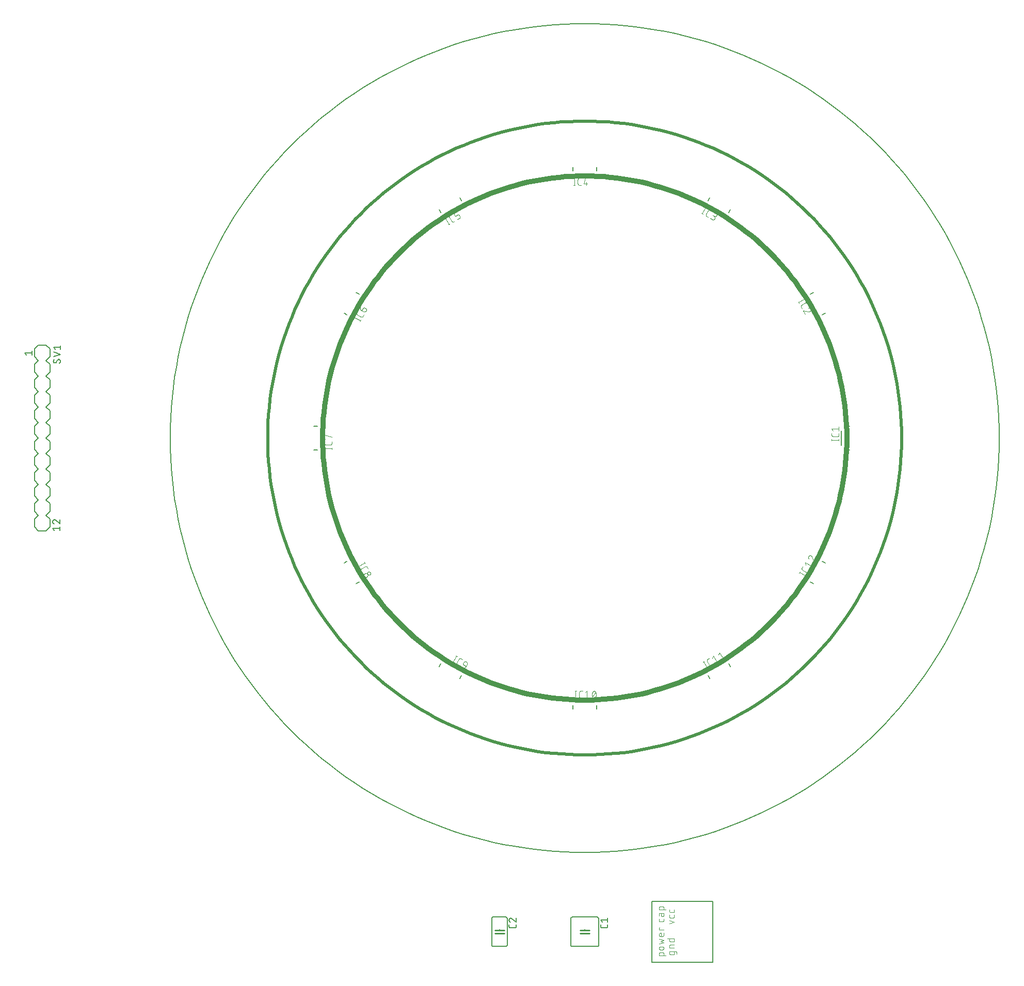
<source format=gto>
G04 EAGLE Gerber RS-274X export*
G75*
%MOMM*%
%FSLAX34Y34*%
%LPD*%
%INSilkscreen Top*%
%IPPOS*%
%AMOC8*
5,1,8,0,0,1.08239X$1,22.5*%
G01*
%ADD10C,0.152400*%
%ADD11C,0.812800*%
%ADD12C,0.508000*%
%ADD13C,0.254000*%
%ADD14C,0.127000*%
%ADD15C,0.203200*%
%ADD16C,0.101600*%


D10*
X-680000Y0D02*
X-679795Y16688D01*
X-679181Y33366D01*
X-678158Y50024D01*
X-676726Y66652D01*
X-674886Y83239D01*
X-672640Y99777D01*
X-669989Y116254D01*
X-666934Y132661D01*
X-663477Y148989D01*
X-659621Y165227D01*
X-655368Y181365D01*
X-650719Y197394D01*
X-645679Y213304D01*
X-640250Y229085D01*
X-634435Y244729D01*
X-628238Y260225D01*
X-621663Y275564D01*
X-614713Y290737D01*
X-607393Y305736D01*
X-599706Y320550D01*
X-591659Y335171D01*
X-583255Y349590D01*
X-574500Y363798D01*
X-565399Y377788D01*
X-555958Y391550D01*
X-546181Y405076D01*
X-536076Y418357D01*
X-525647Y431387D01*
X-514902Y444158D01*
X-503847Y456660D01*
X-492488Y468888D01*
X-480833Y480833D01*
X-468888Y492488D01*
X-456660Y503847D01*
X-444158Y514902D01*
X-431387Y525647D01*
X-418357Y536076D01*
X-405076Y546181D01*
X-391550Y555958D01*
X-377788Y565399D01*
X-363798Y574500D01*
X-349590Y583255D01*
X-335171Y591659D01*
X-320550Y599706D01*
X-305736Y607393D01*
X-290737Y614713D01*
X-275564Y621663D01*
X-260225Y628238D01*
X-244729Y634435D01*
X-229085Y640250D01*
X-213304Y645679D01*
X-197394Y650719D01*
X-181365Y655368D01*
X-165227Y659621D01*
X-148989Y663477D01*
X-132661Y666934D01*
X-116254Y669989D01*
X-99777Y672640D01*
X-83239Y674886D01*
X-66652Y676726D01*
X-50024Y678158D01*
X-33366Y679181D01*
X-16688Y679795D01*
X0Y680000D01*
X16688Y679795D01*
X33366Y679181D01*
X50024Y678158D01*
X66652Y676726D01*
X83239Y674886D01*
X99777Y672640D01*
X116254Y669989D01*
X132661Y666934D01*
X148989Y663477D01*
X165227Y659621D01*
X181365Y655368D01*
X197394Y650719D01*
X213304Y645679D01*
X229085Y640250D01*
X244729Y634435D01*
X260225Y628238D01*
X275564Y621663D01*
X290737Y614713D01*
X305736Y607393D01*
X320550Y599706D01*
X335171Y591659D01*
X349590Y583255D01*
X363798Y574500D01*
X377788Y565399D01*
X391550Y555958D01*
X405076Y546181D01*
X418357Y536076D01*
X431387Y525647D01*
X444158Y514902D01*
X456660Y503847D01*
X468888Y492488D01*
X480833Y480833D01*
X492488Y468888D01*
X503847Y456660D01*
X514902Y444158D01*
X525647Y431387D01*
X536076Y418357D01*
X546181Y405076D01*
X555958Y391550D01*
X565399Y377788D01*
X574500Y363798D01*
X583255Y349590D01*
X591659Y335171D01*
X599706Y320550D01*
X607393Y305736D01*
X614713Y290737D01*
X621663Y275564D01*
X628238Y260225D01*
X634435Y244729D01*
X640250Y229085D01*
X645679Y213304D01*
X650719Y197394D01*
X655368Y181365D01*
X659621Y165227D01*
X663477Y148989D01*
X666934Y132661D01*
X669989Y116254D01*
X672640Y99777D01*
X674886Y83239D01*
X676726Y66652D01*
X678158Y50024D01*
X679181Y33366D01*
X679795Y16688D01*
X680000Y0D01*
X679795Y-16688D01*
X679181Y-33366D01*
X678158Y-50024D01*
X676726Y-66652D01*
X674886Y-83239D01*
X672640Y-99777D01*
X669989Y-116254D01*
X666934Y-132661D01*
X663477Y-148989D01*
X659621Y-165227D01*
X655368Y-181365D01*
X650719Y-197394D01*
X645679Y-213304D01*
X640250Y-229085D01*
X634435Y-244729D01*
X628238Y-260225D01*
X621663Y-275564D01*
X614713Y-290737D01*
X607393Y-305736D01*
X599706Y-320550D01*
X591659Y-335171D01*
X583255Y-349590D01*
X574500Y-363798D01*
X565399Y-377788D01*
X555958Y-391550D01*
X546181Y-405076D01*
X536076Y-418357D01*
X525647Y-431387D01*
X514902Y-444158D01*
X503847Y-456660D01*
X492488Y-468888D01*
X480833Y-480833D01*
X468888Y-492488D01*
X456660Y-503847D01*
X444158Y-514902D01*
X431387Y-525647D01*
X418357Y-536076D01*
X405076Y-546181D01*
X391550Y-555958D01*
X377788Y-565399D01*
X363798Y-574500D01*
X349590Y-583255D01*
X335171Y-591659D01*
X320550Y-599706D01*
X305736Y-607393D01*
X290737Y-614713D01*
X275564Y-621663D01*
X260225Y-628238D01*
X244729Y-634435D01*
X229085Y-640250D01*
X213304Y-645679D01*
X197394Y-650719D01*
X181365Y-655368D01*
X165227Y-659621D01*
X148989Y-663477D01*
X132661Y-666934D01*
X116254Y-669989D01*
X99777Y-672640D01*
X83239Y-674886D01*
X66652Y-676726D01*
X50024Y-678158D01*
X33366Y-679181D01*
X16688Y-679795D01*
X0Y-680000D01*
X-16688Y-679795D01*
X-33366Y-679181D01*
X-50024Y-678158D01*
X-66652Y-676726D01*
X-83239Y-674886D01*
X-99777Y-672640D01*
X-116254Y-669989D01*
X-132661Y-666934D01*
X-148989Y-663477D01*
X-165227Y-659621D01*
X-181365Y-655368D01*
X-197394Y-650719D01*
X-213304Y-645679D01*
X-229085Y-640250D01*
X-244729Y-634435D01*
X-260225Y-628238D01*
X-275564Y-621663D01*
X-290737Y-614713D01*
X-305736Y-607393D01*
X-320550Y-599706D01*
X-335171Y-591659D01*
X-349590Y-583255D01*
X-363798Y-574500D01*
X-377788Y-565399D01*
X-391550Y-555958D01*
X-405076Y-546181D01*
X-418357Y-536076D01*
X-431387Y-525647D01*
X-444158Y-514902D01*
X-456660Y-503847D01*
X-468888Y-492488D01*
X-480833Y-480833D01*
X-492488Y-468888D01*
X-503847Y-456660D01*
X-514902Y-444158D01*
X-525647Y-431387D01*
X-536076Y-418357D01*
X-546181Y-405076D01*
X-555958Y-391550D01*
X-565399Y-377788D01*
X-574500Y-363798D01*
X-583255Y-349590D01*
X-591659Y-335171D01*
X-599706Y-320550D01*
X-607393Y-305736D01*
X-614713Y-290737D01*
X-621663Y-275564D01*
X-628238Y-260225D01*
X-634435Y-244729D01*
X-640250Y-229085D01*
X-645679Y-213304D01*
X-650719Y-197394D01*
X-655368Y-181365D01*
X-659621Y-165227D01*
X-663477Y-148989D01*
X-666934Y-132661D01*
X-669989Y-116254D01*
X-672640Y-99777D01*
X-674886Y-83239D01*
X-676726Y-66652D01*
X-678158Y-50024D01*
X-679181Y-33366D01*
X-679795Y-16688D01*
X-680000Y0D01*
D11*
X-430000Y0D02*
X-429870Y10553D01*
X-429482Y21099D01*
X-428835Y31633D01*
X-427929Y42147D01*
X-426766Y52637D01*
X-425346Y63094D01*
X-423669Y73514D01*
X-421738Y83889D01*
X-419552Y94214D01*
X-417113Y104481D01*
X-414424Y114686D01*
X-411484Y124822D01*
X-408297Y134883D01*
X-404864Y144863D01*
X-401187Y154755D01*
X-397268Y164554D01*
X-393110Y174254D01*
X-388715Y183849D01*
X-384086Y193333D01*
X-379226Y202701D01*
X-374137Y211946D01*
X-368823Y221064D01*
X-363287Y230049D01*
X-357532Y238895D01*
X-351561Y247598D01*
X-345379Y256151D01*
X-338989Y264550D01*
X-332394Y272789D01*
X-325600Y280864D01*
X-318609Y288770D01*
X-311426Y296502D01*
X-304056Y304056D01*
X-296502Y311426D01*
X-288770Y318609D01*
X-280864Y325600D01*
X-272789Y332394D01*
X-264550Y338989D01*
X-256151Y345379D01*
X-247598Y351561D01*
X-238895Y357532D01*
X-230049Y363287D01*
X-221064Y368823D01*
X-211946Y374137D01*
X-202701Y379226D01*
X-193333Y384086D01*
X-183849Y388715D01*
X-174254Y393110D01*
X-164554Y397268D01*
X-154755Y401187D01*
X-144863Y404864D01*
X-134883Y408297D01*
X-124822Y411484D01*
X-114686Y414424D01*
X-104481Y417113D01*
X-94214Y419552D01*
X-83889Y421738D01*
X-73514Y423669D01*
X-63094Y425346D01*
X-52637Y426766D01*
X-42147Y427929D01*
X-31633Y428835D01*
X-21099Y429482D01*
X-10553Y429870D01*
X0Y430000D01*
X10553Y429870D01*
X21099Y429482D01*
X31633Y428835D01*
X42147Y427929D01*
X52637Y426766D01*
X63094Y425346D01*
X73514Y423669D01*
X83889Y421738D01*
X94214Y419552D01*
X104481Y417113D01*
X114686Y414424D01*
X124822Y411484D01*
X134883Y408297D01*
X144863Y404864D01*
X154755Y401187D01*
X164554Y397268D01*
X174254Y393110D01*
X183849Y388715D01*
X193333Y384086D01*
X202701Y379226D01*
X211946Y374137D01*
X221064Y368823D01*
X230049Y363287D01*
X238895Y357532D01*
X247598Y351561D01*
X256151Y345379D01*
X264550Y338989D01*
X272789Y332394D01*
X280864Y325600D01*
X288770Y318609D01*
X296502Y311426D01*
X304056Y304056D01*
X311426Y296502D01*
X318609Y288770D01*
X325600Y280864D01*
X332394Y272789D01*
X338989Y264550D01*
X345379Y256151D01*
X351561Y247598D01*
X357532Y238895D01*
X363287Y230049D01*
X368823Y221064D01*
X374137Y211946D01*
X379226Y202701D01*
X384086Y193333D01*
X388715Y183849D01*
X393110Y174254D01*
X397268Y164554D01*
X401187Y154755D01*
X404864Y144863D01*
X408297Y134883D01*
X411484Y124822D01*
X414424Y114686D01*
X417113Y104481D01*
X419552Y94214D01*
X421738Y83889D01*
X423669Y73514D01*
X425346Y63094D01*
X426766Y52637D01*
X427929Y42147D01*
X428835Y31633D01*
X429482Y21099D01*
X429870Y10553D01*
X430000Y0D01*
X429870Y-10553D01*
X429482Y-21099D01*
X428835Y-31633D01*
X427929Y-42147D01*
X426766Y-52637D01*
X425346Y-63094D01*
X423669Y-73514D01*
X421738Y-83889D01*
X419552Y-94214D01*
X417113Y-104481D01*
X414424Y-114686D01*
X411484Y-124822D01*
X408297Y-134883D01*
X404864Y-144863D01*
X401187Y-154755D01*
X397268Y-164554D01*
X393110Y-174254D01*
X388715Y-183849D01*
X384086Y-193333D01*
X379226Y-202701D01*
X374137Y-211946D01*
X368823Y-221064D01*
X363287Y-230049D01*
X357532Y-238895D01*
X351561Y-247598D01*
X345379Y-256151D01*
X338989Y-264550D01*
X332394Y-272789D01*
X325600Y-280864D01*
X318609Y-288770D01*
X311426Y-296502D01*
X304056Y-304056D01*
X296502Y-311426D01*
X288770Y-318609D01*
X280864Y-325600D01*
X272789Y-332394D01*
X264550Y-338989D01*
X256151Y-345379D01*
X247598Y-351561D01*
X238895Y-357532D01*
X230049Y-363287D01*
X221064Y-368823D01*
X211946Y-374137D01*
X202701Y-379226D01*
X193333Y-384086D01*
X183849Y-388715D01*
X174254Y-393110D01*
X164554Y-397268D01*
X154755Y-401187D01*
X144863Y-404864D01*
X134883Y-408297D01*
X124822Y-411484D01*
X114686Y-414424D01*
X104481Y-417113D01*
X94214Y-419552D01*
X83889Y-421738D01*
X73514Y-423669D01*
X63094Y-425346D01*
X52637Y-426766D01*
X42147Y-427929D01*
X31633Y-428835D01*
X21099Y-429482D01*
X10553Y-429870D01*
X0Y-430000D01*
X-10553Y-429870D01*
X-21099Y-429482D01*
X-31633Y-428835D01*
X-42147Y-427929D01*
X-52637Y-426766D01*
X-63094Y-425346D01*
X-73514Y-423669D01*
X-83889Y-421738D01*
X-94214Y-419552D01*
X-104481Y-417113D01*
X-114686Y-414424D01*
X-124822Y-411484D01*
X-134883Y-408297D01*
X-144863Y-404864D01*
X-154755Y-401187D01*
X-164554Y-397268D01*
X-174254Y-393110D01*
X-183849Y-388715D01*
X-193333Y-384086D01*
X-202701Y-379226D01*
X-211946Y-374137D01*
X-221064Y-368823D01*
X-230049Y-363287D01*
X-238895Y-357532D01*
X-247598Y-351561D01*
X-256151Y-345379D01*
X-264550Y-338989D01*
X-272789Y-332394D01*
X-280864Y-325600D01*
X-288770Y-318609D01*
X-296502Y-311426D01*
X-304056Y-304056D01*
X-311426Y-296502D01*
X-318609Y-288770D01*
X-325600Y-280864D01*
X-332394Y-272789D01*
X-338989Y-264550D01*
X-345379Y-256151D01*
X-351561Y-247598D01*
X-357532Y-238895D01*
X-363287Y-230049D01*
X-368823Y-221064D01*
X-374137Y-211946D01*
X-379226Y-202701D01*
X-384086Y-193333D01*
X-388715Y-183849D01*
X-393110Y-174254D01*
X-397268Y-164554D01*
X-401187Y-154755D01*
X-404864Y-144863D01*
X-408297Y-134883D01*
X-411484Y-124822D01*
X-414424Y-114686D01*
X-417113Y-104481D01*
X-419552Y-94214D01*
X-421738Y-83889D01*
X-423669Y-73514D01*
X-425346Y-63094D01*
X-426766Y-52637D01*
X-427929Y-42147D01*
X-428835Y-31633D01*
X-429482Y-21099D01*
X-429870Y-10553D01*
X-430000Y0D01*
D12*
X-520000Y0D02*
X-519843Y12761D01*
X-519374Y25515D01*
X-518591Y38254D01*
X-517496Y50969D01*
X-516089Y63654D01*
X-514372Y76300D01*
X-512344Y88900D01*
X-510008Y101447D01*
X-507365Y113933D01*
X-504416Y126350D01*
X-501164Y138691D01*
X-497609Y150948D01*
X-493755Y163115D01*
X-489603Y175183D01*
X-485156Y187145D01*
X-480417Y198995D01*
X-475389Y210725D01*
X-470074Y222329D01*
X-464477Y233798D01*
X-458599Y245126D01*
X-452445Y256307D01*
X-446019Y267333D01*
X-439324Y278199D01*
X-432364Y288897D01*
X-425144Y299420D01*
X-417668Y309764D01*
X-409940Y319920D01*
X-401965Y329885D01*
X-393749Y339650D01*
X-385295Y349211D01*
X-376608Y358561D01*
X-367696Y367696D01*
X-358561Y376608D01*
X-349211Y385295D01*
X-339650Y393749D01*
X-329885Y401965D01*
X-319920Y409940D01*
X-309764Y417668D01*
X-299420Y425144D01*
X-288897Y432364D01*
X-278199Y439324D01*
X-267333Y446019D01*
X-256307Y452445D01*
X-245126Y458599D01*
X-233798Y464477D01*
X-222329Y470074D01*
X-210725Y475389D01*
X-198995Y480417D01*
X-187145Y485156D01*
X-175183Y489603D01*
X-163115Y493755D01*
X-150948Y497609D01*
X-138691Y501164D01*
X-126350Y504416D01*
X-113933Y507365D01*
X-101447Y510008D01*
X-88900Y512344D01*
X-76300Y514372D01*
X-63654Y516089D01*
X-50969Y517496D01*
X-38254Y518591D01*
X-25515Y519374D01*
X-12761Y519843D01*
X0Y520000D01*
X12761Y519843D01*
X25515Y519374D01*
X38254Y518591D01*
X50969Y517496D01*
X63654Y516089D01*
X76300Y514372D01*
X88900Y512344D01*
X101447Y510008D01*
X113933Y507365D01*
X126350Y504416D01*
X138691Y501164D01*
X150948Y497609D01*
X163115Y493755D01*
X175183Y489603D01*
X187145Y485156D01*
X198995Y480417D01*
X210725Y475389D01*
X222329Y470074D01*
X233798Y464477D01*
X245126Y458599D01*
X256307Y452445D01*
X267333Y446019D01*
X278199Y439324D01*
X288897Y432364D01*
X299420Y425144D01*
X309764Y417668D01*
X319920Y409940D01*
X329885Y401965D01*
X339650Y393749D01*
X349211Y385295D01*
X358561Y376608D01*
X367696Y367696D01*
X376608Y358561D01*
X385295Y349211D01*
X393749Y339650D01*
X401965Y329885D01*
X409940Y319920D01*
X417668Y309764D01*
X425144Y299420D01*
X432364Y288897D01*
X439324Y278199D01*
X446019Y267333D01*
X452445Y256307D01*
X458599Y245126D01*
X464477Y233798D01*
X470074Y222329D01*
X475389Y210725D01*
X480417Y198995D01*
X485156Y187145D01*
X489603Y175183D01*
X493755Y163115D01*
X497609Y150948D01*
X501164Y138691D01*
X504416Y126350D01*
X507365Y113933D01*
X510008Y101447D01*
X512344Y88900D01*
X514372Y76300D01*
X516089Y63654D01*
X517496Y50969D01*
X518591Y38254D01*
X519374Y25515D01*
X519843Y12761D01*
X520000Y0D01*
X519843Y-12761D01*
X519374Y-25515D01*
X518591Y-38254D01*
X517496Y-50969D01*
X516089Y-63654D01*
X514372Y-76300D01*
X512344Y-88900D01*
X510008Y-101447D01*
X507365Y-113933D01*
X504416Y-126350D01*
X501164Y-138691D01*
X497609Y-150948D01*
X493755Y-163115D01*
X489603Y-175183D01*
X485156Y-187145D01*
X480417Y-198995D01*
X475389Y-210725D01*
X470074Y-222329D01*
X464477Y-233798D01*
X458599Y-245126D01*
X452445Y-256307D01*
X446019Y-267333D01*
X439324Y-278199D01*
X432364Y-288897D01*
X425144Y-299420D01*
X417668Y-309764D01*
X409940Y-319920D01*
X401965Y-329885D01*
X393749Y-339650D01*
X385295Y-349211D01*
X376608Y-358561D01*
X367696Y-367696D01*
X358561Y-376608D01*
X349211Y-385295D01*
X339650Y-393749D01*
X329885Y-401965D01*
X319920Y-409940D01*
X309764Y-417668D01*
X299420Y-425144D01*
X288897Y-432364D01*
X278199Y-439324D01*
X267333Y-446019D01*
X256307Y-452445D01*
X245126Y-458599D01*
X233798Y-464477D01*
X222329Y-470074D01*
X210725Y-475389D01*
X198995Y-480417D01*
X187145Y-485156D01*
X175183Y-489603D01*
X163115Y-493755D01*
X150948Y-497609D01*
X138691Y-501164D01*
X126350Y-504416D01*
X113933Y-507365D01*
X101447Y-510008D01*
X88900Y-512344D01*
X76300Y-514372D01*
X63654Y-516089D01*
X50969Y-517496D01*
X38254Y-518591D01*
X25515Y-519374D01*
X12761Y-519843D01*
X0Y-520000D01*
X-12761Y-519843D01*
X-25515Y-519374D01*
X-38254Y-518591D01*
X-50969Y-517496D01*
X-63654Y-516089D01*
X-76300Y-514372D01*
X-88900Y-512344D01*
X-101447Y-510008D01*
X-113933Y-507365D01*
X-126350Y-504416D01*
X-138691Y-501164D01*
X-150948Y-497609D01*
X-163115Y-493755D01*
X-175183Y-489603D01*
X-187145Y-485156D01*
X-198995Y-480417D01*
X-210725Y-475389D01*
X-222329Y-470074D01*
X-233798Y-464477D01*
X-245126Y-458599D01*
X-256307Y-452445D01*
X-267333Y-446019D01*
X-278199Y-439324D01*
X-288897Y-432364D01*
X-299420Y-425144D01*
X-309764Y-417668D01*
X-319920Y-409940D01*
X-329885Y-401965D01*
X-339650Y-393749D01*
X-349211Y-385295D01*
X-358561Y-376608D01*
X-367696Y-367696D01*
X-376608Y-358561D01*
X-385295Y-349211D01*
X-393749Y-339650D01*
X-401965Y-329885D01*
X-409940Y-319920D01*
X-417668Y-309764D01*
X-425144Y-299420D01*
X-432364Y-288897D01*
X-439324Y-278199D01*
X-446019Y-267333D01*
X-452445Y-256307D01*
X-458599Y-245126D01*
X-464477Y-233798D01*
X-470074Y-222329D01*
X-475389Y-210725D01*
X-480417Y-198995D01*
X-485156Y-187145D01*
X-489603Y-175183D01*
X-493755Y-163115D01*
X-497609Y-150948D01*
X-501164Y-138691D01*
X-504416Y-126350D01*
X-507365Y-113933D01*
X-510008Y-101447D01*
X-512344Y-88900D01*
X-514372Y-76300D01*
X-516089Y-63654D01*
X-517496Y-50969D01*
X-518591Y-38254D01*
X-519374Y-25515D01*
X-519843Y-12761D01*
X-520000Y0D01*
D10*
X22860Y-788410D02*
X22860Y-831590D01*
X-22860Y-831590D02*
X-22860Y-788410D01*
X-20320Y-834130D02*
X20320Y-834130D01*
X20320Y-785870D02*
X-20320Y-785870D01*
X22860Y-831590D02*
X22858Y-831690D01*
X22852Y-831789D01*
X22842Y-831889D01*
X22829Y-831987D01*
X22811Y-832086D01*
X22790Y-832183D01*
X22765Y-832279D01*
X22736Y-832375D01*
X22703Y-832469D01*
X22667Y-832562D01*
X22627Y-832653D01*
X22583Y-832743D01*
X22536Y-832831D01*
X22486Y-832917D01*
X22432Y-833001D01*
X22375Y-833083D01*
X22315Y-833162D01*
X22251Y-833240D01*
X22185Y-833314D01*
X22116Y-833386D01*
X22044Y-833455D01*
X21970Y-833521D01*
X21892Y-833585D01*
X21813Y-833645D01*
X21731Y-833702D01*
X21647Y-833756D01*
X21561Y-833806D01*
X21473Y-833853D01*
X21383Y-833897D01*
X21292Y-833937D01*
X21199Y-833973D01*
X21105Y-834006D01*
X21009Y-834035D01*
X20913Y-834060D01*
X20816Y-834081D01*
X20717Y-834099D01*
X20619Y-834112D01*
X20519Y-834122D01*
X20420Y-834128D01*
X20320Y-834130D01*
X22860Y-788410D02*
X22858Y-788310D01*
X22852Y-788211D01*
X22842Y-788111D01*
X22829Y-788013D01*
X22811Y-787914D01*
X22790Y-787817D01*
X22765Y-787721D01*
X22736Y-787625D01*
X22703Y-787531D01*
X22667Y-787438D01*
X22627Y-787347D01*
X22583Y-787257D01*
X22536Y-787169D01*
X22486Y-787083D01*
X22432Y-786999D01*
X22375Y-786917D01*
X22315Y-786838D01*
X22251Y-786760D01*
X22185Y-786686D01*
X22116Y-786614D01*
X22044Y-786545D01*
X21970Y-786479D01*
X21892Y-786415D01*
X21813Y-786355D01*
X21731Y-786298D01*
X21647Y-786244D01*
X21561Y-786194D01*
X21473Y-786147D01*
X21383Y-786103D01*
X21292Y-786063D01*
X21199Y-786027D01*
X21105Y-785994D01*
X21009Y-785965D01*
X20913Y-785940D01*
X20816Y-785919D01*
X20717Y-785901D01*
X20619Y-785888D01*
X20519Y-785878D01*
X20420Y-785872D01*
X20320Y-785870D01*
X-22860Y-831590D02*
X-22858Y-831690D01*
X-22852Y-831789D01*
X-22842Y-831889D01*
X-22829Y-831987D01*
X-22811Y-832086D01*
X-22790Y-832183D01*
X-22765Y-832279D01*
X-22736Y-832375D01*
X-22703Y-832469D01*
X-22667Y-832562D01*
X-22627Y-832653D01*
X-22583Y-832743D01*
X-22536Y-832831D01*
X-22486Y-832917D01*
X-22432Y-833001D01*
X-22375Y-833083D01*
X-22315Y-833162D01*
X-22251Y-833240D01*
X-22185Y-833314D01*
X-22116Y-833386D01*
X-22044Y-833455D01*
X-21970Y-833521D01*
X-21892Y-833585D01*
X-21813Y-833645D01*
X-21731Y-833702D01*
X-21647Y-833756D01*
X-21561Y-833806D01*
X-21473Y-833853D01*
X-21383Y-833897D01*
X-21292Y-833937D01*
X-21199Y-833973D01*
X-21105Y-834006D01*
X-21009Y-834035D01*
X-20913Y-834060D01*
X-20816Y-834081D01*
X-20717Y-834099D01*
X-20619Y-834112D01*
X-20519Y-834122D01*
X-20420Y-834128D01*
X-20320Y-834130D01*
X-22860Y-788410D02*
X-22858Y-788310D01*
X-22852Y-788211D01*
X-22842Y-788111D01*
X-22829Y-788013D01*
X-22811Y-787914D01*
X-22790Y-787817D01*
X-22765Y-787721D01*
X-22736Y-787625D01*
X-22703Y-787531D01*
X-22667Y-787438D01*
X-22627Y-787347D01*
X-22583Y-787257D01*
X-22536Y-787169D01*
X-22486Y-787083D01*
X-22432Y-786999D01*
X-22375Y-786917D01*
X-22315Y-786838D01*
X-22251Y-786760D01*
X-22185Y-786686D01*
X-22116Y-786614D01*
X-22044Y-786545D01*
X-21970Y-786479D01*
X-21892Y-786415D01*
X-21813Y-786355D01*
X-21731Y-786298D01*
X-21647Y-786244D01*
X-21561Y-786194D01*
X-21473Y-786147D01*
X-21383Y-786103D01*
X-21292Y-786063D01*
X-21199Y-786027D01*
X-21105Y-785994D01*
X-21009Y-785965D01*
X-20913Y-785940D01*
X-20816Y-785919D01*
X-20717Y-785901D01*
X-20619Y-785888D01*
X-20519Y-785878D01*
X-20420Y-785872D01*
X-20320Y-785870D01*
X0Y-812540D02*
X0Y-813810D01*
D13*
X0Y-812540D02*
X7620Y-812540D01*
X0Y-812540D02*
X-7620Y-812540D01*
X0Y-807460D02*
X7620Y-807460D01*
X0Y-807460D02*
X-7620Y-807460D01*
D10*
X0Y-807460D02*
X0Y-806190D01*
D14*
X37465Y-801147D02*
X37465Y-798607D01*
X37465Y-801147D02*
X37463Y-801247D01*
X37457Y-801346D01*
X37447Y-801446D01*
X37434Y-801544D01*
X37416Y-801643D01*
X37395Y-801740D01*
X37370Y-801836D01*
X37341Y-801932D01*
X37308Y-802026D01*
X37272Y-802119D01*
X37232Y-802210D01*
X37188Y-802300D01*
X37141Y-802388D01*
X37091Y-802474D01*
X37037Y-802558D01*
X36980Y-802640D01*
X36920Y-802719D01*
X36856Y-802797D01*
X36790Y-802871D01*
X36721Y-802943D01*
X36649Y-803012D01*
X36575Y-803078D01*
X36497Y-803142D01*
X36418Y-803202D01*
X36336Y-803259D01*
X36252Y-803313D01*
X36166Y-803363D01*
X36078Y-803410D01*
X35988Y-803454D01*
X35897Y-803494D01*
X35804Y-803530D01*
X35710Y-803563D01*
X35614Y-803592D01*
X35518Y-803617D01*
X35421Y-803638D01*
X35322Y-803656D01*
X35224Y-803669D01*
X35124Y-803679D01*
X35025Y-803685D01*
X34925Y-803687D01*
X28575Y-803687D01*
X28475Y-803685D01*
X28376Y-803679D01*
X28276Y-803669D01*
X28178Y-803656D01*
X28079Y-803638D01*
X27982Y-803617D01*
X27886Y-803592D01*
X27790Y-803563D01*
X27696Y-803530D01*
X27603Y-803494D01*
X27512Y-803454D01*
X27422Y-803410D01*
X27334Y-803363D01*
X27248Y-803313D01*
X27164Y-803259D01*
X27082Y-803202D01*
X27003Y-803142D01*
X26925Y-803078D01*
X26851Y-803012D01*
X26779Y-802943D01*
X26710Y-802871D01*
X26644Y-802797D01*
X26580Y-802719D01*
X26520Y-802640D01*
X26463Y-802558D01*
X26409Y-802474D01*
X26359Y-802388D01*
X26312Y-802300D01*
X26268Y-802210D01*
X26228Y-802119D01*
X26192Y-802026D01*
X26159Y-801932D01*
X26130Y-801836D01*
X26105Y-801740D01*
X26084Y-801643D01*
X26066Y-801544D01*
X26053Y-801446D01*
X26043Y-801346D01*
X26037Y-801247D01*
X26035Y-801147D01*
X26035Y-798607D01*
X28575Y-794125D02*
X26035Y-790950D01*
X37465Y-790950D01*
X37465Y-794125D02*
X37465Y-787775D01*
D10*
X-127300Y-788410D02*
X-127300Y-831590D01*
X-152700Y-831590D02*
X-152700Y-788410D01*
X-150160Y-834130D02*
X-129840Y-834130D01*
X-129840Y-785870D02*
X-150160Y-785870D01*
X-127300Y-831590D02*
X-127302Y-831690D01*
X-127308Y-831789D01*
X-127318Y-831889D01*
X-127331Y-831987D01*
X-127349Y-832086D01*
X-127370Y-832183D01*
X-127395Y-832279D01*
X-127424Y-832375D01*
X-127457Y-832469D01*
X-127493Y-832562D01*
X-127533Y-832653D01*
X-127577Y-832743D01*
X-127624Y-832831D01*
X-127674Y-832917D01*
X-127728Y-833001D01*
X-127785Y-833083D01*
X-127845Y-833162D01*
X-127909Y-833240D01*
X-127975Y-833314D01*
X-128044Y-833386D01*
X-128116Y-833455D01*
X-128190Y-833521D01*
X-128268Y-833585D01*
X-128347Y-833645D01*
X-128429Y-833702D01*
X-128513Y-833756D01*
X-128599Y-833806D01*
X-128687Y-833853D01*
X-128777Y-833897D01*
X-128868Y-833937D01*
X-128961Y-833973D01*
X-129055Y-834006D01*
X-129151Y-834035D01*
X-129247Y-834060D01*
X-129344Y-834081D01*
X-129443Y-834099D01*
X-129541Y-834112D01*
X-129641Y-834122D01*
X-129740Y-834128D01*
X-129840Y-834130D01*
X-127300Y-788410D02*
X-127302Y-788310D01*
X-127308Y-788211D01*
X-127318Y-788111D01*
X-127331Y-788013D01*
X-127349Y-787914D01*
X-127370Y-787817D01*
X-127395Y-787721D01*
X-127424Y-787625D01*
X-127457Y-787531D01*
X-127493Y-787438D01*
X-127533Y-787347D01*
X-127577Y-787257D01*
X-127624Y-787169D01*
X-127674Y-787083D01*
X-127728Y-786999D01*
X-127785Y-786917D01*
X-127845Y-786838D01*
X-127909Y-786760D01*
X-127975Y-786686D01*
X-128044Y-786614D01*
X-128116Y-786545D01*
X-128190Y-786479D01*
X-128268Y-786415D01*
X-128347Y-786355D01*
X-128429Y-786298D01*
X-128513Y-786244D01*
X-128599Y-786194D01*
X-128687Y-786147D01*
X-128777Y-786103D01*
X-128868Y-786063D01*
X-128961Y-786027D01*
X-129055Y-785994D01*
X-129151Y-785965D01*
X-129247Y-785940D01*
X-129344Y-785919D01*
X-129443Y-785901D01*
X-129541Y-785888D01*
X-129641Y-785878D01*
X-129740Y-785872D01*
X-129840Y-785870D01*
X-152700Y-831590D02*
X-152698Y-831690D01*
X-152692Y-831789D01*
X-152682Y-831889D01*
X-152669Y-831987D01*
X-152651Y-832086D01*
X-152630Y-832183D01*
X-152605Y-832279D01*
X-152576Y-832375D01*
X-152543Y-832469D01*
X-152507Y-832562D01*
X-152467Y-832653D01*
X-152423Y-832743D01*
X-152376Y-832831D01*
X-152326Y-832917D01*
X-152272Y-833001D01*
X-152215Y-833083D01*
X-152155Y-833162D01*
X-152091Y-833240D01*
X-152025Y-833314D01*
X-151956Y-833386D01*
X-151884Y-833455D01*
X-151810Y-833521D01*
X-151732Y-833585D01*
X-151653Y-833645D01*
X-151571Y-833702D01*
X-151487Y-833756D01*
X-151401Y-833806D01*
X-151313Y-833853D01*
X-151223Y-833897D01*
X-151132Y-833937D01*
X-151039Y-833973D01*
X-150945Y-834006D01*
X-150849Y-834035D01*
X-150753Y-834060D01*
X-150656Y-834081D01*
X-150557Y-834099D01*
X-150459Y-834112D01*
X-150359Y-834122D01*
X-150260Y-834128D01*
X-150160Y-834130D01*
X-152700Y-788410D02*
X-152698Y-788310D01*
X-152692Y-788211D01*
X-152682Y-788111D01*
X-152669Y-788013D01*
X-152651Y-787914D01*
X-152630Y-787817D01*
X-152605Y-787721D01*
X-152576Y-787625D01*
X-152543Y-787531D01*
X-152507Y-787438D01*
X-152467Y-787347D01*
X-152423Y-787257D01*
X-152376Y-787169D01*
X-152326Y-787083D01*
X-152272Y-786999D01*
X-152215Y-786917D01*
X-152155Y-786838D01*
X-152091Y-786760D01*
X-152025Y-786686D01*
X-151956Y-786614D01*
X-151884Y-786545D01*
X-151810Y-786479D01*
X-151732Y-786415D01*
X-151653Y-786355D01*
X-151571Y-786298D01*
X-151487Y-786244D01*
X-151401Y-786194D01*
X-151313Y-786147D01*
X-151223Y-786103D01*
X-151132Y-786063D01*
X-151039Y-786027D01*
X-150945Y-785994D01*
X-150849Y-785965D01*
X-150753Y-785940D01*
X-150656Y-785919D01*
X-150557Y-785901D01*
X-150459Y-785888D01*
X-150359Y-785878D01*
X-150260Y-785872D01*
X-150160Y-785870D01*
X-140000Y-812540D02*
X-140000Y-813810D01*
D13*
X-140000Y-812540D02*
X-132380Y-812540D01*
X-140000Y-812540D02*
X-147620Y-812540D01*
X-140000Y-807460D02*
X-132380Y-807460D01*
X-140000Y-807460D02*
X-147620Y-807460D01*
D10*
X-140000Y-807460D02*
X-140000Y-806190D01*
D14*
X-112695Y-801147D02*
X-112695Y-798607D01*
X-112695Y-801147D02*
X-112697Y-801247D01*
X-112703Y-801346D01*
X-112713Y-801446D01*
X-112726Y-801544D01*
X-112744Y-801643D01*
X-112765Y-801740D01*
X-112790Y-801836D01*
X-112819Y-801932D01*
X-112852Y-802026D01*
X-112888Y-802119D01*
X-112928Y-802210D01*
X-112972Y-802300D01*
X-113019Y-802388D01*
X-113069Y-802474D01*
X-113123Y-802558D01*
X-113180Y-802640D01*
X-113240Y-802719D01*
X-113304Y-802797D01*
X-113370Y-802871D01*
X-113439Y-802943D01*
X-113511Y-803012D01*
X-113585Y-803078D01*
X-113663Y-803142D01*
X-113742Y-803202D01*
X-113824Y-803259D01*
X-113908Y-803313D01*
X-113994Y-803363D01*
X-114082Y-803410D01*
X-114172Y-803454D01*
X-114263Y-803494D01*
X-114356Y-803530D01*
X-114450Y-803563D01*
X-114546Y-803592D01*
X-114642Y-803617D01*
X-114739Y-803638D01*
X-114838Y-803656D01*
X-114936Y-803669D01*
X-115036Y-803679D01*
X-115135Y-803685D01*
X-115235Y-803687D01*
X-121585Y-803687D01*
X-121685Y-803685D01*
X-121784Y-803679D01*
X-121884Y-803669D01*
X-121982Y-803656D01*
X-122081Y-803638D01*
X-122178Y-803617D01*
X-122274Y-803592D01*
X-122370Y-803563D01*
X-122464Y-803530D01*
X-122557Y-803494D01*
X-122648Y-803454D01*
X-122738Y-803410D01*
X-122826Y-803363D01*
X-122912Y-803313D01*
X-122996Y-803259D01*
X-123078Y-803202D01*
X-123157Y-803142D01*
X-123235Y-803078D01*
X-123309Y-803012D01*
X-123381Y-802943D01*
X-123450Y-802871D01*
X-123516Y-802797D01*
X-123580Y-802719D01*
X-123640Y-802640D01*
X-123697Y-802558D01*
X-123751Y-802474D01*
X-123801Y-802388D01*
X-123848Y-802300D01*
X-123892Y-802210D01*
X-123932Y-802119D01*
X-123968Y-802026D01*
X-124001Y-801932D01*
X-124030Y-801836D01*
X-124055Y-801740D01*
X-124076Y-801643D01*
X-124094Y-801544D01*
X-124107Y-801446D01*
X-124117Y-801346D01*
X-124123Y-801247D01*
X-124125Y-801147D01*
X-124125Y-798607D01*
X-124126Y-790633D02*
X-124124Y-790529D01*
X-124118Y-790424D01*
X-124109Y-790320D01*
X-124096Y-790217D01*
X-124078Y-790114D01*
X-124058Y-790012D01*
X-124033Y-789910D01*
X-124005Y-789810D01*
X-123973Y-789710D01*
X-123937Y-789612D01*
X-123898Y-789515D01*
X-123856Y-789420D01*
X-123810Y-789326D01*
X-123760Y-789234D01*
X-123708Y-789144D01*
X-123652Y-789056D01*
X-123592Y-788970D01*
X-123530Y-788886D01*
X-123465Y-788805D01*
X-123397Y-788726D01*
X-123325Y-788649D01*
X-123252Y-788576D01*
X-123175Y-788504D01*
X-123096Y-788436D01*
X-123015Y-788371D01*
X-122931Y-788309D01*
X-122845Y-788249D01*
X-122757Y-788193D01*
X-122667Y-788141D01*
X-122575Y-788091D01*
X-122481Y-788045D01*
X-122386Y-788003D01*
X-122289Y-787964D01*
X-122191Y-787928D01*
X-122091Y-787896D01*
X-121991Y-787868D01*
X-121889Y-787843D01*
X-121787Y-787823D01*
X-121684Y-787805D01*
X-121581Y-787792D01*
X-121477Y-787783D01*
X-121372Y-787777D01*
X-121268Y-787775D01*
X-124125Y-790633D02*
X-124123Y-790751D01*
X-124117Y-790870D01*
X-124108Y-790988D01*
X-124095Y-791105D01*
X-124077Y-791222D01*
X-124057Y-791339D01*
X-124032Y-791455D01*
X-124004Y-791570D01*
X-123971Y-791683D01*
X-123936Y-791796D01*
X-123896Y-791908D01*
X-123854Y-792018D01*
X-123807Y-792127D01*
X-123757Y-792235D01*
X-123704Y-792340D01*
X-123647Y-792444D01*
X-123587Y-792546D01*
X-123524Y-792646D01*
X-123457Y-792744D01*
X-123388Y-792840D01*
X-123315Y-792933D01*
X-123239Y-793024D01*
X-123161Y-793113D01*
X-123079Y-793199D01*
X-122995Y-793282D01*
X-122909Y-793363D01*
X-122819Y-793440D01*
X-122728Y-793515D01*
X-122634Y-793587D01*
X-122537Y-793656D01*
X-122439Y-793721D01*
X-122338Y-793784D01*
X-122235Y-793843D01*
X-122131Y-793899D01*
X-122025Y-793951D01*
X-121917Y-794000D01*
X-121808Y-794045D01*
X-121697Y-794087D01*
X-121585Y-794125D01*
X-119046Y-788727D02*
X-119121Y-788651D01*
X-119200Y-788576D01*
X-119281Y-788505D01*
X-119365Y-788436D01*
X-119451Y-788371D01*
X-119539Y-788309D01*
X-119629Y-788249D01*
X-119721Y-788193D01*
X-119816Y-788140D01*
X-119912Y-788091D01*
X-120010Y-788045D01*
X-120109Y-788002D01*
X-120210Y-787963D01*
X-120312Y-787928D01*
X-120415Y-787896D01*
X-120519Y-787868D01*
X-120624Y-787843D01*
X-120731Y-787822D01*
X-120837Y-787805D01*
X-120944Y-787792D01*
X-121052Y-787783D01*
X-121160Y-787777D01*
X-121268Y-787775D01*
X-119045Y-788728D02*
X-112695Y-794125D01*
X-112695Y-787775D01*
D10*
X-877300Y133350D02*
X-877300Y146050D01*
X-877300Y133350D02*
X-883650Y127000D01*
X-896350Y127000D02*
X-902700Y133350D01*
X-883650Y127000D02*
X-877300Y120650D01*
X-877300Y107950D01*
X-883650Y101600D01*
X-896350Y101600D02*
X-902700Y107950D01*
X-902700Y120650D01*
X-896350Y127000D01*
X-896350Y152400D02*
X-883650Y152400D01*
X-877300Y146050D01*
X-896350Y152400D02*
X-902700Y146050D01*
X-902700Y133350D01*
X-883650Y101600D02*
X-877300Y95250D01*
X-877300Y82550D01*
X-883650Y76200D01*
X-896350Y76200D02*
X-902700Y82550D01*
X-902700Y95250D01*
X-896350Y101600D01*
X-877300Y69850D02*
X-877300Y57150D01*
X-883650Y50800D01*
X-896350Y50800D02*
X-902700Y57150D01*
X-883650Y50800D02*
X-877300Y44450D01*
X-877300Y31750D01*
X-883650Y25400D01*
X-896350Y25400D02*
X-902700Y31750D01*
X-902700Y44450D01*
X-896350Y50800D01*
X-877300Y69850D02*
X-883650Y76200D01*
X-896350Y76200D02*
X-902700Y69850D01*
X-902700Y57150D01*
X-883650Y25400D02*
X-877300Y19050D01*
X-877300Y6350D01*
X-883650Y0D01*
X-896350Y0D02*
X-902700Y6350D01*
X-902700Y19050D01*
X-896350Y25400D01*
X-877300Y-6350D02*
X-877300Y-19050D01*
X-883650Y-25400D01*
X-896350Y-25400D02*
X-902700Y-19050D01*
X-883650Y-25400D02*
X-877300Y-31750D01*
X-877300Y-44450D01*
X-883650Y-50800D01*
X-896350Y-50800D02*
X-902700Y-44450D01*
X-902700Y-31750D01*
X-896350Y-25400D01*
X-877300Y-6350D02*
X-883650Y0D01*
X-896350Y0D02*
X-902700Y-6350D01*
X-902700Y-19050D01*
X-883650Y-50800D02*
X-877300Y-57150D01*
X-877300Y-69850D01*
X-883650Y-76200D01*
X-896350Y-76200D02*
X-902700Y-69850D01*
X-902700Y-57150D01*
X-896350Y-50800D01*
X-877300Y-82550D02*
X-877300Y-95250D01*
X-883650Y-101600D01*
X-896350Y-101600D02*
X-902700Y-95250D01*
X-883650Y-101600D02*
X-877300Y-107950D01*
X-877300Y-120650D01*
X-883650Y-127000D01*
X-896350Y-127000D02*
X-902700Y-120650D01*
X-902700Y-107950D01*
X-896350Y-101600D01*
X-877300Y-82550D02*
X-883650Y-76200D01*
X-896350Y-76200D02*
X-902700Y-82550D01*
X-902700Y-95250D01*
X-883650Y-127000D02*
X-877300Y-133350D01*
X-877300Y-146050D01*
X-883650Y-152400D01*
X-896350Y-152400D02*
X-902700Y-146050D01*
X-902700Y-133350D01*
X-896350Y-127000D01*
X-896350Y-152400D02*
X-883650Y-152400D01*
D14*
X-916035Y136525D02*
X-918575Y139700D01*
X-907145Y139700D01*
X-907145Y136525D02*
X-907145Y142875D01*
X-872855Y-148590D02*
X-870315Y-151765D01*
X-872855Y-148590D02*
X-861425Y-148590D01*
X-861425Y-151765D02*
X-861425Y-145415D01*
X-869998Y-133985D02*
X-870102Y-133987D01*
X-870207Y-133993D01*
X-870311Y-134002D01*
X-870414Y-134015D01*
X-870517Y-134033D01*
X-870619Y-134053D01*
X-870721Y-134078D01*
X-870821Y-134106D01*
X-870921Y-134138D01*
X-871019Y-134174D01*
X-871116Y-134213D01*
X-871211Y-134255D01*
X-871305Y-134301D01*
X-871397Y-134351D01*
X-871487Y-134403D01*
X-871575Y-134459D01*
X-871661Y-134519D01*
X-871745Y-134581D01*
X-871826Y-134646D01*
X-871905Y-134714D01*
X-871982Y-134786D01*
X-872055Y-134859D01*
X-872127Y-134936D01*
X-872195Y-135015D01*
X-872260Y-135096D01*
X-872322Y-135180D01*
X-872382Y-135266D01*
X-872438Y-135354D01*
X-872490Y-135444D01*
X-872540Y-135536D01*
X-872586Y-135630D01*
X-872628Y-135725D01*
X-872667Y-135822D01*
X-872703Y-135920D01*
X-872735Y-136020D01*
X-872763Y-136120D01*
X-872788Y-136222D01*
X-872808Y-136324D01*
X-872826Y-136427D01*
X-872839Y-136530D01*
X-872848Y-136634D01*
X-872854Y-136739D01*
X-872856Y-136843D01*
X-872855Y-136843D02*
X-872853Y-136961D01*
X-872847Y-137080D01*
X-872838Y-137198D01*
X-872825Y-137315D01*
X-872807Y-137432D01*
X-872787Y-137549D01*
X-872762Y-137665D01*
X-872734Y-137780D01*
X-872701Y-137893D01*
X-872666Y-138006D01*
X-872626Y-138118D01*
X-872584Y-138228D01*
X-872537Y-138337D01*
X-872487Y-138445D01*
X-872434Y-138550D01*
X-872377Y-138654D01*
X-872317Y-138756D01*
X-872254Y-138856D01*
X-872187Y-138954D01*
X-872118Y-139050D01*
X-872045Y-139143D01*
X-871969Y-139234D01*
X-871891Y-139323D01*
X-871809Y-139409D01*
X-871725Y-139492D01*
X-871639Y-139573D01*
X-871549Y-139650D01*
X-871458Y-139725D01*
X-871364Y-139797D01*
X-871267Y-139866D01*
X-871169Y-139931D01*
X-871068Y-139994D01*
X-870965Y-140053D01*
X-870861Y-140109D01*
X-870755Y-140161D01*
X-870647Y-140210D01*
X-870538Y-140255D01*
X-870427Y-140297D01*
X-870315Y-140335D01*
X-867776Y-134937D02*
X-867851Y-134861D01*
X-867930Y-134786D01*
X-868011Y-134715D01*
X-868095Y-134646D01*
X-868181Y-134581D01*
X-868269Y-134519D01*
X-868359Y-134459D01*
X-868451Y-134403D01*
X-868546Y-134350D01*
X-868642Y-134301D01*
X-868740Y-134255D01*
X-868839Y-134212D01*
X-868940Y-134173D01*
X-869042Y-134138D01*
X-869145Y-134106D01*
X-869249Y-134078D01*
X-869354Y-134053D01*
X-869461Y-134032D01*
X-869567Y-134015D01*
X-869674Y-134002D01*
X-869782Y-133993D01*
X-869890Y-133987D01*
X-869998Y-133985D01*
X-867775Y-134938D02*
X-861425Y-140335D01*
X-861425Y-133985D01*
X-860155Y126746D02*
X-860157Y126846D01*
X-860163Y126945D01*
X-860173Y127045D01*
X-860186Y127143D01*
X-860204Y127242D01*
X-860225Y127339D01*
X-860250Y127435D01*
X-860279Y127531D01*
X-860312Y127625D01*
X-860348Y127718D01*
X-860388Y127809D01*
X-860432Y127899D01*
X-860479Y127987D01*
X-860529Y128073D01*
X-860583Y128157D01*
X-860640Y128239D01*
X-860700Y128318D01*
X-860764Y128396D01*
X-860830Y128470D01*
X-860899Y128542D01*
X-860971Y128611D01*
X-861045Y128677D01*
X-861123Y128741D01*
X-861202Y128801D01*
X-861284Y128858D01*
X-861368Y128912D01*
X-861454Y128962D01*
X-861542Y129009D01*
X-861632Y129053D01*
X-861723Y129093D01*
X-861816Y129129D01*
X-861910Y129162D01*
X-862006Y129191D01*
X-862102Y129216D01*
X-862199Y129237D01*
X-862298Y129255D01*
X-862396Y129268D01*
X-862496Y129278D01*
X-862595Y129284D01*
X-862695Y129286D01*
X-860155Y126746D02*
X-860157Y126605D01*
X-860162Y126464D01*
X-860172Y126323D01*
X-860185Y126182D01*
X-860201Y126042D01*
X-860222Y125902D01*
X-860246Y125763D01*
X-860274Y125624D01*
X-860305Y125487D01*
X-860340Y125350D01*
X-860378Y125214D01*
X-860420Y125079D01*
X-860466Y124946D01*
X-860515Y124813D01*
X-860568Y124682D01*
X-860624Y124553D01*
X-860683Y124424D01*
X-860746Y124298D01*
X-860812Y124173D01*
X-860881Y124050D01*
X-860954Y123929D01*
X-861030Y123810D01*
X-861109Y123692D01*
X-861190Y123577D01*
X-861275Y123465D01*
X-861363Y123354D01*
X-861454Y123246D01*
X-861547Y123140D01*
X-861644Y123037D01*
X-861743Y122936D01*
X-869045Y123254D02*
X-869145Y123256D01*
X-869244Y123262D01*
X-869344Y123272D01*
X-869442Y123285D01*
X-869541Y123303D01*
X-869638Y123324D01*
X-869734Y123349D01*
X-869830Y123378D01*
X-869924Y123411D01*
X-870017Y123447D01*
X-870108Y123487D01*
X-870198Y123531D01*
X-870286Y123578D01*
X-870372Y123628D01*
X-870456Y123682D01*
X-870538Y123739D01*
X-870617Y123799D01*
X-870695Y123863D01*
X-870769Y123929D01*
X-870841Y123998D01*
X-870910Y124070D01*
X-870976Y124144D01*
X-871040Y124222D01*
X-871100Y124301D01*
X-871157Y124383D01*
X-871211Y124467D01*
X-871261Y124553D01*
X-871308Y124641D01*
X-871352Y124731D01*
X-871392Y124822D01*
X-871428Y124915D01*
X-871461Y125009D01*
X-871490Y125105D01*
X-871515Y125201D01*
X-871536Y125298D01*
X-871554Y125397D01*
X-871567Y125495D01*
X-871577Y125595D01*
X-871583Y125694D01*
X-871585Y125794D01*
X-871586Y125794D02*
X-871584Y125927D01*
X-871579Y126060D01*
X-871569Y126193D01*
X-871556Y126326D01*
X-871539Y126458D01*
X-871519Y126590D01*
X-871495Y126721D01*
X-871467Y126851D01*
X-871436Y126981D01*
X-871401Y127109D01*
X-871362Y127237D01*
X-871320Y127363D01*
X-871274Y127488D01*
X-871225Y127612D01*
X-871173Y127735D01*
X-871117Y127856D01*
X-871057Y127975D01*
X-870995Y128093D01*
X-870929Y128208D01*
X-870860Y128322D01*
X-870787Y128434D01*
X-870712Y128544D01*
X-870633Y128652D01*
X-866822Y124523D02*
X-866874Y124439D01*
X-866929Y124356D01*
X-866988Y124276D01*
X-867049Y124198D01*
X-867113Y124123D01*
X-867181Y124050D01*
X-867251Y123979D01*
X-867323Y123912D01*
X-867398Y123847D01*
X-867476Y123785D01*
X-867556Y123726D01*
X-867638Y123670D01*
X-867722Y123618D01*
X-867808Y123569D01*
X-867896Y123523D01*
X-867986Y123480D01*
X-868077Y123441D01*
X-868170Y123406D01*
X-868264Y123374D01*
X-868359Y123346D01*
X-868455Y123321D01*
X-868552Y123301D01*
X-868650Y123283D01*
X-868748Y123270D01*
X-868847Y123261D01*
X-868946Y123255D01*
X-869045Y123253D01*
X-864918Y128016D02*
X-864866Y128100D01*
X-864811Y128183D01*
X-864752Y128263D01*
X-864691Y128341D01*
X-864627Y128416D01*
X-864559Y128489D01*
X-864489Y128560D01*
X-864417Y128627D01*
X-864342Y128692D01*
X-864264Y128754D01*
X-864184Y128813D01*
X-864102Y128869D01*
X-864018Y128921D01*
X-863932Y128970D01*
X-863844Y129016D01*
X-863754Y129059D01*
X-863663Y129098D01*
X-863570Y129133D01*
X-863476Y129165D01*
X-863381Y129193D01*
X-863285Y129218D01*
X-863188Y129238D01*
X-863090Y129256D01*
X-862992Y129269D01*
X-862893Y129278D01*
X-862794Y129284D01*
X-862695Y129286D01*
X-864918Y128016D02*
X-866823Y124524D01*
X-871585Y133350D02*
X-860155Y137160D01*
X-871585Y140970D01*
X-869045Y145415D02*
X-871585Y148590D01*
X-860155Y148590D01*
X-860155Y145415D02*
X-860155Y151765D01*
D15*
X370349Y236337D02*
X374982Y239012D01*
X367457Y225546D02*
X379057Y205454D01*
X389849Y202563D02*
X394482Y205238D01*
D16*
X360991Y228330D02*
X350872Y222488D01*
X350223Y223612D02*
X351521Y221363D01*
X361640Y227205D02*
X360342Y229454D01*
X355103Y215159D02*
X356401Y212911D01*
X355104Y215160D02*
X355056Y215247D01*
X355011Y215336D01*
X354970Y215426D01*
X354932Y215518D01*
X354898Y215612D01*
X354867Y215706D01*
X354840Y215802D01*
X354817Y215899D01*
X354797Y215996D01*
X354782Y216095D01*
X354770Y216193D01*
X354761Y216292D01*
X354757Y216392D01*
X354756Y216491D01*
X354759Y216591D01*
X354766Y216690D01*
X354777Y216789D01*
X354792Y216887D01*
X354810Y216985D01*
X354832Y217082D01*
X354858Y217178D01*
X354887Y217273D01*
X354920Y217367D01*
X354957Y217459D01*
X354997Y217550D01*
X355040Y217640D01*
X355087Y217727D01*
X355138Y217813D01*
X355191Y217897D01*
X355248Y217979D01*
X355308Y218058D01*
X355370Y218135D01*
X355436Y218210D01*
X355505Y218282D01*
X355576Y218351D01*
X355650Y218418D01*
X355726Y218482D01*
X355805Y218542D01*
X355886Y218600D01*
X355969Y218655D01*
X356054Y218706D01*
X356053Y218706D02*
X361675Y221952D01*
X361675Y221951D02*
X361762Y221999D01*
X361851Y222044D01*
X361941Y222085D01*
X362033Y222123D01*
X362127Y222157D01*
X362221Y222188D01*
X362317Y222215D01*
X362414Y222238D01*
X362511Y222258D01*
X362610Y222273D01*
X362708Y222285D01*
X362807Y222294D01*
X362907Y222298D01*
X363006Y222299D01*
X363106Y222296D01*
X363205Y222289D01*
X363304Y222278D01*
X363402Y222263D01*
X363500Y222245D01*
X363597Y222223D01*
X363693Y222197D01*
X363788Y222168D01*
X363882Y222135D01*
X363974Y222098D01*
X364065Y222058D01*
X364154Y222015D01*
X364242Y221968D01*
X364328Y221917D01*
X364412Y221864D01*
X364493Y221807D01*
X364573Y221747D01*
X364650Y221685D01*
X364725Y221619D01*
X364797Y221550D01*
X364866Y221479D01*
X364933Y221405D01*
X364997Y221329D01*
X365057Y221250D01*
X365115Y221169D01*
X365170Y221086D01*
X365221Y221001D01*
X365222Y221001D02*
X366520Y218753D01*
X370488Y211880D02*
X370539Y211787D01*
X370588Y211692D01*
X370632Y211595D01*
X370673Y211497D01*
X370711Y211397D01*
X370745Y211296D01*
X370775Y211193D01*
X370801Y211090D01*
X370824Y210985D01*
X370842Y210880D01*
X370857Y210775D01*
X370868Y210669D01*
X370876Y210562D01*
X370879Y210456D01*
X370878Y210349D01*
X370874Y210242D01*
X370865Y210136D01*
X370853Y210030D01*
X370837Y209924D01*
X370817Y209820D01*
X370793Y209716D01*
X370765Y209613D01*
X370734Y209511D01*
X370699Y209410D01*
X370660Y209310D01*
X370618Y209212D01*
X370572Y209116D01*
X370522Y209022D01*
X370470Y208929D01*
X370414Y208838D01*
X370354Y208749D01*
X370292Y208663D01*
X370226Y208579D01*
X370157Y208497D01*
X370085Y208418D01*
X370011Y208342D01*
X369934Y208268D01*
X369854Y208198D01*
X369771Y208130D01*
X369686Y208065D01*
X369599Y208004D01*
X369510Y207945D01*
X369419Y207890D01*
X370488Y211880D02*
X370426Y211984D01*
X370361Y212086D01*
X370292Y212186D01*
X370220Y212283D01*
X370145Y212378D01*
X370067Y212470D01*
X369986Y212560D01*
X369902Y212648D01*
X369815Y212732D01*
X369726Y212814D01*
X369634Y212893D01*
X369540Y212968D01*
X369443Y213041D01*
X369344Y213110D01*
X369243Y213177D01*
X369139Y213240D01*
X369034Y213299D01*
X368927Y213356D01*
X368818Y213408D01*
X368707Y213457D01*
X368595Y213503D01*
X368482Y213545D01*
X368367Y213583D01*
X368251Y213618D01*
X368134Y213649D01*
X368016Y213675D01*
X367897Y213699D01*
X367778Y213718D01*
X367658Y213733D01*
X367537Y213745D01*
X367416Y213753D01*
X367295Y213757D01*
X367174Y213756D01*
X367054Y213752D01*
X366933Y213745D01*
X366812Y213733D01*
X366692Y213717D01*
X366573Y213698D01*
X366454Y213674D01*
X366965Y207599D02*
X367071Y207569D01*
X367178Y207544D01*
X367287Y207522D01*
X367396Y207504D01*
X367505Y207490D01*
X367615Y207480D01*
X367725Y207473D01*
X367836Y207471D01*
X367946Y207472D01*
X368057Y207478D01*
X368167Y207487D01*
X368276Y207500D01*
X368385Y207517D01*
X368494Y207538D01*
X368602Y207562D01*
X368708Y207591D01*
X368814Y207623D01*
X368919Y207659D01*
X369022Y207698D01*
X369123Y207741D01*
X369223Y207788D01*
X369322Y207838D01*
X369419Y207891D01*
X366964Y207598D02*
X358584Y209130D01*
X361829Y203509D01*
D15*
X202563Y389849D02*
X205238Y394482D01*
X205454Y379057D02*
X225546Y367457D01*
X236337Y370349D02*
X239012Y374982D01*
D16*
X198462Y378235D02*
X192620Y368116D01*
X191496Y368765D02*
X193745Y367467D01*
X199587Y377585D02*
X197338Y378884D01*
X199948Y363885D02*
X202197Y362587D01*
X199949Y363886D02*
X199864Y363937D01*
X199781Y363992D01*
X199700Y364049D01*
X199621Y364110D01*
X199545Y364174D01*
X199471Y364241D01*
X199400Y364310D01*
X199331Y364382D01*
X199265Y364457D01*
X199203Y364534D01*
X199143Y364613D01*
X199086Y364695D01*
X199033Y364779D01*
X198982Y364865D01*
X198935Y364953D01*
X198892Y365042D01*
X198852Y365133D01*
X198815Y365225D01*
X198782Y365319D01*
X198753Y365414D01*
X198727Y365510D01*
X198705Y365607D01*
X198687Y365705D01*
X198672Y365803D01*
X198661Y365902D01*
X198654Y366001D01*
X198651Y366101D01*
X198652Y366200D01*
X198656Y366300D01*
X198665Y366399D01*
X198677Y366498D01*
X198692Y366596D01*
X198712Y366693D01*
X198735Y366790D01*
X198762Y366886D01*
X198793Y366980D01*
X198827Y367074D01*
X198865Y367166D01*
X198906Y367256D01*
X198951Y367345D01*
X198999Y367432D01*
X198998Y367432D02*
X202244Y373053D01*
X202295Y373138D01*
X202350Y373221D01*
X202407Y373302D01*
X202468Y373381D01*
X202532Y373457D01*
X202599Y373531D01*
X202668Y373602D01*
X202740Y373671D01*
X202815Y373737D01*
X202892Y373799D01*
X202971Y373859D01*
X203053Y373916D01*
X203137Y373969D01*
X203223Y374020D01*
X203310Y374067D01*
X203400Y374110D01*
X203491Y374150D01*
X203583Y374187D01*
X203677Y374220D01*
X203772Y374249D01*
X203868Y374275D01*
X203965Y374297D01*
X204063Y374315D01*
X204161Y374330D01*
X204260Y374341D01*
X204359Y374348D01*
X204459Y374351D01*
X204558Y374350D01*
X204658Y374346D01*
X204757Y374337D01*
X204855Y374325D01*
X204954Y374310D01*
X205051Y374290D01*
X205148Y374267D01*
X205244Y374240D01*
X205338Y374209D01*
X205432Y374175D01*
X205524Y374137D01*
X205614Y374096D01*
X205703Y374051D01*
X205790Y374003D01*
X205790Y374004D02*
X208039Y372706D01*
X205977Y360404D02*
X208788Y358781D01*
X208887Y358726D01*
X208988Y358675D01*
X209091Y358627D01*
X209195Y358582D01*
X209301Y358542D01*
X209408Y358505D01*
X209516Y358472D01*
X209626Y358442D01*
X209736Y358417D01*
X209847Y358395D01*
X209959Y358378D01*
X210072Y358364D01*
X210185Y358354D01*
X210298Y358348D01*
X210411Y358346D01*
X210524Y358348D01*
X210637Y358354D01*
X210750Y358364D01*
X210863Y358378D01*
X210975Y358395D01*
X211086Y358417D01*
X211196Y358442D01*
X211306Y358472D01*
X211414Y358505D01*
X211521Y358542D01*
X211627Y358582D01*
X211731Y358627D01*
X211834Y358675D01*
X211935Y358726D01*
X212034Y358781D01*
X212131Y358839D01*
X212226Y358901D01*
X212319Y358966D01*
X212409Y359034D01*
X212497Y359105D01*
X212583Y359180D01*
X212666Y359257D01*
X212746Y359337D01*
X212823Y359420D01*
X212898Y359506D01*
X212969Y359594D01*
X213037Y359684D01*
X213102Y359777D01*
X213164Y359872D01*
X213222Y359969D01*
X213277Y360068D01*
X213328Y360169D01*
X213376Y360272D01*
X213421Y360376D01*
X213461Y360482D01*
X213498Y360589D01*
X213531Y360697D01*
X213561Y360807D01*
X213586Y360917D01*
X213608Y361028D01*
X213625Y361140D01*
X213639Y361253D01*
X213649Y361366D01*
X213655Y361479D01*
X213657Y361592D01*
X213655Y361705D01*
X213649Y361818D01*
X213639Y361931D01*
X213625Y362044D01*
X213608Y362156D01*
X213586Y362267D01*
X213561Y362377D01*
X213531Y362487D01*
X213498Y362595D01*
X213461Y362702D01*
X213421Y362808D01*
X213376Y362912D01*
X213328Y363015D01*
X213277Y363116D01*
X213222Y363215D01*
X213164Y363312D01*
X213102Y363407D01*
X213037Y363500D01*
X212969Y363590D01*
X212898Y363678D01*
X212823Y363764D01*
X212746Y363847D01*
X212666Y363927D01*
X212583Y364004D01*
X212497Y364079D01*
X212409Y364150D01*
X212319Y364218D01*
X212226Y364283D01*
X212131Y364345D01*
X212034Y364403D01*
X215192Y368576D02*
X211819Y370523D01*
X215193Y368576D02*
X215279Y368524D01*
X215363Y368469D01*
X215445Y368410D01*
X215524Y368348D01*
X215602Y368284D01*
X215676Y368216D01*
X215748Y368145D01*
X215817Y368072D01*
X215883Y367996D01*
X215947Y367918D01*
X216007Y367837D01*
X216064Y367754D01*
X216117Y367669D01*
X216168Y367582D01*
X216215Y367493D01*
X216258Y367402D01*
X216298Y367309D01*
X216334Y367215D01*
X216367Y367120D01*
X216396Y367023D01*
X216421Y366926D01*
X216442Y366827D01*
X216460Y366728D01*
X216473Y366628D01*
X216483Y366528D01*
X216489Y366428D01*
X216491Y366327D01*
X216489Y366226D01*
X216483Y366126D01*
X216473Y366026D01*
X216460Y365926D01*
X216442Y365827D01*
X216421Y365728D01*
X216396Y365631D01*
X216367Y365534D01*
X216334Y365439D01*
X216298Y365345D01*
X216258Y365252D01*
X216215Y365161D01*
X216168Y365072D01*
X216117Y364985D01*
X216064Y364900D01*
X216007Y364817D01*
X215947Y364736D01*
X215883Y364658D01*
X215817Y364582D01*
X215748Y364509D01*
X215676Y364438D01*
X215602Y364370D01*
X215524Y364306D01*
X215445Y364244D01*
X215363Y364185D01*
X215279Y364130D01*
X215193Y364078D01*
X215104Y364029D01*
X215014Y363984D01*
X214923Y363942D01*
X214829Y363904D01*
X214735Y363870D01*
X214639Y363839D01*
X214542Y363812D01*
X214444Y363789D01*
X214345Y363769D01*
X214245Y363754D01*
X214145Y363742D01*
X214045Y363734D01*
X213944Y363730D01*
X213844Y363730D01*
X213743Y363734D01*
X213643Y363742D01*
X213543Y363754D01*
X213443Y363769D01*
X213344Y363789D01*
X213246Y363812D01*
X213149Y363839D01*
X213053Y363870D01*
X212959Y363904D01*
X212865Y363942D01*
X212774Y363984D01*
X212684Y364029D01*
X212596Y364078D01*
X210347Y365377D01*
D15*
X-19500Y438900D02*
X-19500Y444250D01*
X-11600Y431000D02*
X11600Y431000D01*
X19500Y438900D02*
X19500Y444250D01*
D16*
X-17244Y426792D02*
X-17244Y415108D01*
X-18542Y415108D02*
X-15946Y415108D01*
X-15946Y426792D02*
X-18542Y426792D01*
X-8782Y415108D02*
X-6186Y415108D01*
X-8782Y415108D02*
X-8881Y415110D01*
X-8981Y415116D01*
X-9080Y415125D01*
X-9178Y415138D01*
X-9276Y415155D01*
X-9374Y415176D01*
X-9470Y415201D01*
X-9565Y415229D01*
X-9659Y415261D01*
X-9752Y415296D01*
X-9844Y415335D01*
X-9934Y415378D01*
X-10022Y415423D01*
X-10109Y415473D01*
X-10193Y415525D01*
X-10276Y415581D01*
X-10356Y415639D01*
X-10434Y415701D01*
X-10509Y415766D01*
X-10582Y415834D01*
X-10652Y415904D01*
X-10720Y415977D01*
X-10785Y416052D01*
X-10847Y416130D01*
X-10905Y416210D01*
X-10961Y416293D01*
X-11013Y416377D01*
X-11063Y416464D01*
X-11108Y416552D01*
X-11151Y416642D01*
X-11190Y416734D01*
X-11225Y416827D01*
X-11257Y416921D01*
X-11285Y417016D01*
X-11310Y417112D01*
X-11331Y417210D01*
X-11348Y417308D01*
X-11361Y417406D01*
X-11370Y417505D01*
X-11376Y417605D01*
X-11378Y417704D01*
X-11379Y417704D02*
X-11379Y424196D01*
X-11378Y424196D02*
X-11376Y424295D01*
X-11370Y424395D01*
X-11361Y424494D01*
X-11348Y424592D01*
X-11331Y424690D01*
X-11310Y424788D01*
X-11285Y424884D01*
X-11257Y424979D01*
X-11225Y425073D01*
X-11190Y425166D01*
X-11151Y425258D01*
X-11108Y425348D01*
X-11063Y425436D01*
X-11013Y425523D01*
X-10961Y425607D01*
X-10905Y425690D01*
X-10847Y425770D01*
X-10785Y425848D01*
X-10720Y425923D01*
X-10652Y425996D01*
X-10582Y426066D01*
X-10509Y426134D01*
X-10434Y426199D01*
X-10356Y426261D01*
X-10276Y426319D01*
X-10193Y426375D01*
X-10109Y426427D01*
X-10022Y426477D01*
X-9934Y426522D01*
X-9844Y426565D01*
X-9752Y426604D01*
X-9659Y426639D01*
X-9565Y426671D01*
X-9470Y426699D01*
X-9374Y426724D01*
X-9276Y426745D01*
X-9178Y426762D01*
X-9080Y426775D01*
X-8981Y426784D01*
X-8881Y426790D01*
X-8782Y426792D01*
X-6186Y426792D01*
X776Y426792D02*
X-1820Y417704D01*
X4671Y417704D01*
X2723Y415108D02*
X2723Y420301D01*
D15*
X-236337Y370349D02*
X-239012Y374982D01*
X-225546Y367457D02*
X-205454Y379057D01*
X-202563Y389849D02*
X-205238Y394482D01*
D16*
X-228330Y360991D02*
X-222488Y350872D01*
X-223612Y350223D02*
X-221363Y351521D01*
X-227205Y361640D02*
X-229454Y360342D01*
X-215159Y355103D02*
X-212911Y356401D01*
X-215160Y355104D02*
X-215247Y355056D01*
X-215336Y355011D01*
X-215426Y354970D01*
X-215518Y354932D01*
X-215612Y354898D01*
X-215706Y354867D01*
X-215802Y354840D01*
X-215899Y354817D01*
X-215996Y354797D01*
X-216095Y354782D01*
X-216193Y354770D01*
X-216292Y354761D01*
X-216392Y354757D01*
X-216491Y354756D01*
X-216591Y354759D01*
X-216690Y354766D01*
X-216789Y354777D01*
X-216887Y354792D01*
X-216985Y354810D01*
X-217082Y354832D01*
X-217178Y354858D01*
X-217273Y354887D01*
X-217367Y354920D01*
X-217459Y354957D01*
X-217550Y354997D01*
X-217640Y355040D01*
X-217727Y355087D01*
X-217813Y355138D01*
X-217897Y355191D01*
X-217979Y355248D01*
X-218058Y355308D01*
X-218135Y355370D01*
X-218210Y355436D01*
X-218282Y355505D01*
X-218351Y355576D01*
X-218418Y355650D01*
X-218482Y355726D01*
X-218542Y355805D01*
X-218600Y355886D01*
X-218655Y355969D01*
X-218706Y356054D01*
X-218706Y356053D02*
X-221952Y361675D01*
X-221951Y361675D02*
X-221999Y361762D01*
X-222044Y361851D01*
X-222085Y361941D01*
X-222123Y362033D01*
X-222157Y362127D01*
X-222188Y362221D01*
X-222215Y362317D01*
X-222238Y362414D01*
X-222258Y362511D01*
X-222273Y362610D01*
X-222285Y362708D01*
X-222294Y362807D01*
X-222298Y362907D01*
X-222299Y363006D01*
X-222296Y363106D01*
X-222289Y363205D01*
X-222278Y363304D01*
X-222263Y363402D01*
X-222245Y363500D01*
X-222223Y363597D01*
X-222197Y363693D01*
X-222168Y363788D01*
X-222135Y363882D01*
X-222098Y363974D01*
X-222058Y364065D01*
X-222015Y364154D01*
X-221968Y364242D01*
X-221917Y364328D01*
X-221864Y364412D01*
X-221807Y364493D01*
X-221747Y364573D01*
X-221685Y364650D01*
X-221619Y364725D01*
X-221550Y364797D01*
X-221479Y364866D01*
X-221405Y364933D01*
X-221329Y364997D01*
X-221250Y365057D01*
X-221169Y365115D01*
X-221086Y365170D01*
X-221001Y365221D01*
X-221001Y365222D02*
X-218753Y366520D01*
X-209130Y358584D02*
X-205757Y360531D01*
X-205758Y360532D02*
X-205673Y360583D01*
X-205590Y360638D01*
X-205509Y360695D01*
X-205430Y360756D01*
X-205354Y360820D01*
X-205280Y360887D01*
X-205209Y360956D01*
X-205140Y361028D01*
X-205074Y361103D01*
X-205012Y361180D01*
X-204952Y361259D01*
X-204895Y361341D01*
X-204842Y361425D01*
X-204791Y361511D01*
X-204744Y361598D01*
X-204701Y361688D01*
X-204661Y361779D01*
X-204624Y361871D01*
X-204591Y361965D01*
X-204562Y362060D01*
X-204536Y362156D01*
X-204514Y362253D01*
X-204496Y362351D01*
X-204481Y362449D01*
X-204470Y362548D01*
X-204463Y362647D01*
X-204460Y362747D01*
X-204461Y362846D01*
X-204465Y362946D01*
X-204474Y363045D01*
X-204486Y363143D01*
X-204501Y363242D01*
X-204521Y363339D01*
X-204544Y363436D01*
X-204571Y363532D01*
X-204602Y363626D01*
X-204636Y363720D01*
X-204674Y363812D01*
X-204715Y363902D01*
X-204760Y363991D01*
X-204808Y364078D01*
X-204807Y364078D02*
X-205456Y365202D01*
X-205457Y365202D02*
X-205508Y365287D01*
X-205563Y365370D01*
X-205621Y365451D01*
X-205681Y365530D01*
X-205745Y365606D01*
X-205812Y365680D01*
X-205881Y365751D01*
X-205953Y365820D01*
X-206028Y365886D01*
X-206105Y365948D01*
X-206184Y366008D01*
X-206266Y366065D01*
X-206350Y366118D01*
X-206436Y366169D01*
X-206524Y366216D01*
X-206613Y366259D01*
X-206704Y366299D01*
X-206796Y366336D01*
X-206890Y366369D01*
X-206985Y366398D01*
X-207081Y366424D01*
X-207178Y366446D01*
X-207276Y366464D01*
X-207374Y366479D01*
X-207473Y366490D01*
X-207572Y366497D01*
X-207672Y366500D01*
X-207771Y366499D01*
X-207871Y366495D01*
X-207970Y366486D01*
X-208068Y366474D01*
X-208167Y366459D01*
X-208264Y366439D01*
X-208361Y366416D01*
X-208457Y366389D01*
X-208551Y366358D01*
X-208645Y366324D01*
X-208737Y366286D01*
X-208827Y366245D01*
X-208916Y366200D01*
X-209003Y366152D01*
X-209003Y366153D02*
X-212376Y364205D01*
X-214972Y368703D01*
X-209351Y371948D01*
D15*
X-389849Y202563D02*
X-394482Y205238D01*
X-379057Y205454D02*
X-367457Y225546D01*
X-370349Y236337D02*
X-374982Y239012D01*
D16*
X-378235Y198462D02*
X-368116Y192620D01*
X-368765Y191496D02*
X-367467Y193745D01*
X-377585Y199587D02*
X-378884Y197338D01*
X-363885Y199948D02*
X-362587Y202197D01*
X-363886Y199949D02*
X-363937Y199864D01*
X-363992Y199781D01*
X-364049Y199700D01*
X-364110Y199621D01*
X-364174Y199545D01*
X-364241Y199471D01*
X-364310Y199400D01*
X-364382Y199331D01*
X-364457Y199265D01*
X-364534Y199203D01*
X-364613Y199143D01*
X-364695Y199086D01*
X-364779Y199033D01*
X-364865Y198982D01*
X-364953Y198935D01*
X-365042Y198892D01*
X-365133Y198852D01*
X-365225Y198815D01*
X-365319Y198782D01*
X-365414Y198753D01*
X-365510Y198727D01*
X-365607Y198705D01*
X-365705Y198687D01*
X-365803Y198672D01*
X-365902Y198661D01*
X-366001Y198654D01*
X-366101Y198651D01*
X-366200Y198652D01*
X-366300Y198656D01*
X-366399Y198665D01*
X-366498Y198677D01*
X-366596Y198692D01*
X-366693Y198712D01*
X-366790Y198735D01*
X-366886Y198762D01*
X-366980Y198793D01*
X-367074Y198827D01*
X-367166Y198865D01*
X-367256Y198906D01*
X-367345Y198951D01*
X-367432Y198999D01*
X-367432Y198998D02*
X-373053Y202244D01*
X-373138Y202295D01*
X-373221Y202350D01*
X-373302Y202407D01*
X-373381Y202468D01*
X-373457Y202532D01*
X-373531Y202599D01*
X-373602Y202668D01*
X-373671Y202740D01*
X-373737Y202815D01*
X-373799Y202892D01*
X-373859Y202971D01*
X-373916Y203053D01*
X-373969Y203137D01*
X-374020Y203223D01*
X-374067Y203310D01*
X-374110Y203400D01*
X-374150Y203491D01*
X-374187Y203583D01*
X-374220Y203677D01*
X-374249Y203772D01*
X-374275Y203868D01*
X-374297Y203965D01*
X-374315Y204063D01*
X-374330Y204161D01*
X-374341Y204260D01*
X-374348Y204359D01*
X-374351Y204459D01*
X-374350Y204558D01*
X-374346Y204658D01*
X-374337Y204757D01*
X-374325Y204855D01*
X-374310Y204954D01*
X-374290Y205051D01*
X-374267Y205148D01*
X-374240Y205244D01*
X-374209Y205338D01*
X-374175Y205432D01*
X-374137Y205524D01*
X-374096Y205614D01*
X-374051Y205703D01*
X-374003Y205790D01*
X-374004Y205790D02*
X-372706Y208039D01*
X-366026Y209223D02*
X-364078Y212596D01*
X-364027Y212681D01*
X-363972Y212764D01*
X-363915Y212845D01*
X-363854Y212924D01*
X-363790Y213000D01*
X-363723Y213074D01*
X-363654Y213145D01*
X-363582Y213214D01*
X-363507Y213280D01*
X-363430Y213342D01*
X-363351Y213402D01*
X-363269Y213459D01*
X-363185Y213512D01*
X-363099Y213563D01*
X-363012Y213610D01*
X-362922Y213653D01*
X-362831Y213693D01*
X-362739Y213730D01*
X-362645Y213763D01*
X-362550Y213792D01*
X-362454Y213818D01*
X-362357Y213840D01*
X-362259Y213858D01*
X-362161Y213873D01*
X-362062Y213884D01*
X-361963Y213891D01*
X-361863Y213894D01*
X-361764Y213893D01*
X-361664Y213889D01*
X-361565Y213880D01*
X-361467Y213868D01*
X-361368Y213853D01*
X-361271Y213833D01*
X-361174Y213810D01*
X-361078Y213783D01*
X-360984Y213752D01*
X-360890Y213718D01*
X-360798Y213680D01*
X-360708Y213639D01*
X-360619Y213594D01*
X-360532Y213546D01*
X-359969Y213222D01*
X-359872Y213164D01*
X-359777Y213102D01*
X-359684Y213037D01*
X-359594Y212969D01*
X-359506Y212898D01*
X-359420Y212823D01*
X-359337Y212746D01*
X-359257Y212666D01*
X-359180Y212583D01*
X-359105Y212497D01*
X-359034Y212409D01*
X-358966Y212319D01*
X-358901Y212226D01*
X-358839Y212131D01*
X-358781Y212034D01*
X-358726Y211935D01*
X-358675Y211834D01*
X-358627Y211731D01*
X-358582Y211627D01*
X-358542Y211521D01*
X-358505Y211414D01*
X-358472Y211306D01*
X-358442Y211196D01*
X-358417Y211086D01*
X-358395Y210975D01*
X-358378Y210863D01*
X-358364Y210750D01*
X-358354Y210637D01*
X-358348Y210524D01*
X-358346Y210411D01*
X-358348Y210298D01*
X-358354Y210185D01*
X-358364Y210072D01*
X-358378Y209959D01*
X-358395Y209847D01*
X-358417Y209736D01*
X-358442Y209626D01*
X-358472Y209516D01*
X-358505Y209408D01*
X-358542Y209301D01*
X-358582Y209195D01*
X-358627Y209091D01*
X-358675Y208988D01*
X-358726Y208887D01*
X-358781Y208788D01*
X-358839Y208691D01*
X-358901Y208596D01*
X-358966Y208503D01*
X-359034Y208413D01*
X-359105Y208325D01*
X-359180Y208239D01*
X-359257Y208156D01*
X-359337Y208076D01*
X-359420Y207999D01*
X-359506Y207924D01*
X-359594Y207853D01*
X-359684Y207785D01*
X-359777Y207720D01*
X-359872Y207658D01*
X-359969Y207600D01*
X-360068Y207545D01*
X-360169Y207494D01*
X-360272Y207446D01*
X-360376Y207401D01*
X-360482Y207361D01*
X-360589Y207324D01*
X-360697Y207291D01*
X-360807Y207261D01*
X-360917Y207236D01*
X-361028Y207214D01*
X-361140Y207197D01*
X-361253Y207183D01*
X-361366Y207173D01*
X-361479Y207167D01*
X-361592Y207165D01*
X-361705Y207167D01*
X-361818Y207173D01*
X-361931Y207183D01*
X-362044Y207197D01*
X-362156Y207214D01*
X-362267Y207236D01*
X-362377Y207261D01*
X-362487Y207291D01*
X-362595Y207324D01*
X-362702Y207361D01*
X-362808Y207401D01*
X-362912Y207446D01*
X-363015Y207494D01*
X-363116Y207545D01*
X-363215Y207600D01*
X-366026Y209223D01*
X-366025Y209223D02*
X-366148Y209296D01*
X-366269Y209373D01*
X-366388Y209453D01*
X-366504Y209536D01*
X-366619Y209622D01*
X-366730Y209711D01*
X-366840Y209804D01*
X-366946Y209899D01*
X-367050Y209998D01*
X-367151Y210099D01*
X-367250Y210203D01*
X-367345Y210309D01*
X-367438Y210419D01*
X-367527Y210530D01*
X-367613Y210645D01*
X-367696Y210761D01*
X-367776Y210880D01*
X-367853Y211001D01*
X-367926Y211123D01*
X-367996Y211248D01*
X-368062Y211375D01*
X-368125Y211504D01*
X-368185Y211634D01*
X-368240Y211766D01*
X-368292Y211899D01*
X-368341Y212034D01*
X-368385Y212170D01*
X-368426Y212307D01*
X-368463Y212445D01*
X-368496Y212584D01*
X-368526Y212724D01*
X-368551Y212865D01*
X-368573Y213007D01*
X-368590Y213149D01*
X-368604Y213291D01*
X-368614Y213434D01*
X-368620Y213577D01*
X-368622Y213720D01*
X-368620Y213863D01*
X-368614Y214006D01*
X-368604Y214149D01*
X-368590Y214291D01*
X-368573Y214433D01*
X-368551Y214575D01*
X-368526Y214716D01*
X-368496Y214856D01*
X-368463Y214995D01*
X-368426Y215133D01*
X-368385Y215270D01*
X-368341Y215406D01*
X-368292Y215541D01*
X-368240Y215674D01*
X-368185Y215806D01*
X-368125Y215936D01*
X-368062Y216065D01*
X-367996Y216192D01*
X-367926Y216316D01*
D15*
X-438900Y-19500D02*
X-444250Y-19500D01*
X-431000Y-11600D02*
X-431000Y11600D01*
X-438900Y19500D02*
X-444250Y19500D01*
D16*
X-426792Y-17244D02*
X-415108Y-17244D01*
X-415108Y-18542D02*
X-415108Y-15946D01*
X-426792Y-15946D02*
X-426792Y-18542D01*
X-415108Y-8782D02*
X-415108Y-6186D01*
X-415108Y-8782D02*
X-415110Y-8881D01*
X-415116Y-8981D01*
X-415125Y-9080D01*
X-415138Y-9178D01*
X-415155Y-9276D01*
X-415176Y-9374D01*
X-415201Y-9470D01*
X-415229Y-9565D01*
X-415261Y-9659D01*
X-415296Y-9752D01*
X-415335Y-9844D01*
X-415378Y-9934D01*
X-415423Y-10022D01*
X-415473Y-10109D01*
X-415525Y-10193D01*
X-415581Y-10276D01*
X-415639Y-10356D01*
X-415701Y-10434D01*
X-415766Y-10509D01*
X-415834Y-10582D01*
X-415904Y-10652D01*
X-415977Y-10720D01*
X-416052Y-10785D01*
X-416130Y-10847D01*
X-416210Y-10905D01*
X-416293Y-10961D01*
X-416377Y-11013D01*
X-416464Y-11063D01*
X-416552Y-11108D01*
X-416642Y-11151D01*
X-416734Y-11190D01*
X-416827Y-11225D01*
X-416921Y-11257D01*
X-417016Y-11285D01*
X-417112Y-11310D01*
X-417210Y-11331D01*
X-417308Y-11348D01*
X-417406Y-11361D01*
X-417505Y-11370D01*
X-417605Y-11376D01*
X-417704Y-11378D01*
X-417704Y-11379D02*
X-424196Y-11379D01*
X-424196Y-11378D02*
X-424295Y-11376D01*
X-424395Y-11370D01*
X-424494Y-11361D01*
X-424592Y-11348D01*
X-424690Y-11331D01*
X-424788Y-11310D01*
X-424884Y-11285D01*
X-424979Y-11257D01*
X-425073Y-11225D01*
X-425166Y-11190D01*
X-425258Y-11151D01*
X-425348Y-11108D01*
X-425436Y-11063D01*
X-425523Y-11013D01*
X-425607Y-10961D01*
X-425690Y-10905D01*
X-425770Y-10847D01*
X-425848Y-10785D01*
X-425923Y-10720D01*
X-425996Y-10652D01*
X-426066Y-10582D01*
X-426134Y-10509D01*
X-426199Y-10434D01*
X-426261Y-10356D01*
X-426319Y-10276D01*
X-426375Y-10193D01*
X-426427Y-10109D01*
X-426477Y-10022D01*
X-426522Y-9934D01*
X-426565Y-9844D01*
X-426604Y-9752D01*
X-426639Y-9660D01*
X-426671Y-9565D01*
X-426699Y-9470D01*
X-426724Y-9374D01*
X-426745Y-9276D01*
X-426762Y-9178D01*
X-426775Y-9080D01*
X-426784Y-8981D01*
X-426790Y-8881D01*
X-426792Y-8782D01*
X-426792Y-6186D01*
X-426792Y-1820D02*
X-425494Y-1820D01*
X-426792Y-1820D02*
X-426792Y4671D01*
X-415108Y1425D01*
D15*
X-370349Y-236337D02*
X-374982Y-239012D01*
X-367457Y-225546D02*
X-379057Y-205454D01*
X-389849Y-202563D02*
X-394482Y-205238D01*
D16*
X-371299Y-210475D02*
X-361180Y-204633D01*
X-371948Y-209351D02*
X-370650Y-211600D01*
X-360531Y-205758D02*
X-361829Y-203509D01*
X-367068Y-217803D02*
X-365770Y-220052D01*
X-367067Y-217803D02*
X-367115Y-217716D01*
X-367160Y-217627D01*
X-367201Y-217537D01*
X-367239Y-217445D01*
X-367273Y-217351D01*
X-367304Y-217257D01*
X-367331Y-217161D01*
X-367354Y-217064D01*
X-367374Y-216967D01*
X-367389Y-216868D01*
X-367401Y-216770D01*
X-367410Y-216671D01*
X-367414Y-216571D01*
X-367415Y-216472D01*
X-367412Y-216372D01*
X-367405Y-216273D01*
X-367394Y-216174D01*
X-367379Y-216076D01*
X-367361Y-215978D01*
X-367339Y-215881D01*
X-367313Y-215785D01*
X-367284Y-215690D01*
X-367251Y-215596D01*
X-367214Y-215504D01*
X-367174Y-215413D01*
X-367131Y-215323D01*
X-367084Y-215236D01*
X-367033Y-215150D01*
X-366980Y-215066D01*
X-366923Y-214984D01*
X-366863Y-214905D01*
X-366801Y-214828D01*
X-366735Y-214753D01*
X-366666Y-214681D01*
X-366595Y-214612D01*
X-366521Y-214545D01*
X-366445Y-214481D01*
X-366366Y-214420D01*
X-366285Y-214363D01*
X-366202Y-214308D01*
X-366117Y-214257D01*
X-366118Y-214257D02*
X-360496Y-211011D01*
X-360496Y-211012D02*
X-360409Y-210964D01*
X-360320Y-210919D01*
X-360230Y-210878D01*
X-360138Y-210840D01*
X-360044Y-210806D01*
X-359950Y-210775D01*
X-359854Y-210748D01*
X-359757Y-210725D01*
X-359660Y-210705D01*
X-359561Y-210690D01*
X-359463Y-210678D01*
X-359364Y-210669D01*
X-359264Y-210665D01*
X-359165Y-210664D01*
X-359065Y-210667D01*
X-358966Y-210674D01*
X-358867Y-210685D01*
X-358769Y-210700D01*
X-358671Y-210718D01*
X-358574Y-210740D01*
X-358478Y-210766D01*
X-358383Y-210795D01*
X-358289Y-210828D01*
X-358197Y-210865D01*
X-358106Y-210905D01*
X-358016Y-210948D01*
X-357929Y-210995D01*
X-357843Y-211046D01*
X-357759Y-211099D01*
X-357677Y-211156D01*
X-357598Y-211216D01*
X-357521Y-211278D01*
X-357446Y-211344D01*
X-357374Y-211413D01*
X-357305Y-211484D01*
X-357238Y-211558D01*
X-357174Y-211634D01*
X-357114Y-211713D01*
X-357056Y-211794D01*
X-357001Y-211877D01*
X-356950Y-211962D01*
X-356949Y-211961D02*
X-355651Y-214210D01*
X-360777Y-222209D02*
X-360678Y-222154D01*
X-360577Y-222103D01*
X-360474Y-222055D01*
X-360370Y-222010D01*
X-360264Y-221970D01*
X-360157Y-221933D01*
X-360049Y-221900D01*
X-359939Y-221870D01*
X-359829Y-221845D01*
X-359718Y-221823D01*
X-359606Y-221806D01*
X-359493Y-221792D01*
X-359380Y-221782D01*
X-359267Y-221776D01*
X-359154Y-221774D01*
X-359041Y-221776D01*
X-358928Y-221782D01*
X-358815Y-221792D01*
X-358702Y-221806D01*
X-358590Y-221823D01*
X-358479Y-221845D01*
X-358369Y-221870D01*
X-358259Y-221900D01*
X-358151Y-221933D01*
X-358044Y-221970D01*
X-357938Y-222010D01*
X-357834Y-222055D01*
X-357731Y-222102D01*
X-357630Y-222154D01*
X-357531Y-222209D01*
X-357434Y-222267D01*
X-357339Y-222329D01*
X-357246Y-222394D01*
X-357156Y-222462D01*
X-357068Y-222533D01*
X-356982Y-222608D01*
X-356899Y-222685D01*
X-356819Y-222765D01*
X-356742Y-222848D01*
X-356667Y-222933D01*
X-356596Y-223022D01*
X-356528Y-223112D01*
X-356463Y-223205D01*
X-356401Y-223300D01*
X-356343Y-223397D01*
X-356288Y-223496D01*
X-356237Y-223597D01*
X-356189Y-223700D01*
X-356144Y-223804D01*
X-356104Y-223910D01*
X-356067Y-224017D01*
X-356034Y-224125D01*
X-356004Y-224235D01*
X-355979Y-224345D01*
X-355957Y-224456D01*
X-355940Y-224568D01*
X-355926Y-224681D01*
X-355916Y-224794D01*
X-355910Y-224907D01*
X-355908Y-225020D01*
X-355910Y-225133D01*
X-355916Y-225246D01*
X-355926Y-225359D01*
X-355940Y-225472D01*
X-355957Y-225584D01*
X-355979Y-225695D01*
X-356004Y-225805D01*
X-356034Y-225915D01*
X-356067Y-226023D01*
X-356104Y-226130D01*
X-356144Y-226236D01*
X-356189Y-226340D01*
X-356237Y-226443D01*
X-356288Y-226544D01*
X-356343Y-226643D01*
X-356401Y-226740D01*
X-356463Y-226835D01*
X-356528Y-226928D01*
X-356596Y-227018D01*
X-356667Y-227107D01*
X-356742Y-227192D01*
X-356819Y-227275D01*
X-356899Y-227355D01*
X-356982Y-227432D01*
X-357068Y-227507D01*
X-357156Y-227578D01*
X-357246Y-227646D01*
X-357339Y-227711D01*
X-357434Y-227773D01*
X-357531Y-227831D01*
X-357630Y-227886D01*
X-357731Y-227938D01*
X-357834Y-227985D01*
X-357938Y-228030D01*
X-358044Y-228070D01*
X-358151Y-228107D01*
X-358259Y-228140D01*
X-358369Y-228170D01*
X-358479Y-228195D01*
X-358590Y-228217D01*
X-358702Y-228234D01*
X-358815Y-228248D01*
X-358928Y-228258D01*
X-359041Y-228264D01*
X-359154Y-228266D01*
X-359267Y-228264D01*
X-359380Y-228258D01*
X-359493Y-228248D01*
X-359606Y-228234D01*
X-359718Y-228217D01*
X-359829Y-228195D01*
X-359939Y-228170D01*
X-360049Y-228140D01*
X-360157Y-228107D01*
X-360264Y-228070D01*
X-360370Y-228030D01*
X-360474Y-227985D01*
X-360577Y-227937D01*
X-360678Y-227886D01*
X-360777Y-227831D01*
X-360874Y-227773D01*
X-360969Y-227711D01*
X-361062Y-227646D01*
X-361152Y-227578D01*
X-361240Y-227507D01*
X-361326Y-227432D01*
X-361409Y-227355D01*
X-361489Y-227275D01*
X-361566Y-227192D01*
X-361641Y-227106D01*
X-361712Y-227018D01*
X-361780Y-226928D01*
X-361845Y-226835D01*
X-361907Y-226740D01*
X-361965Y-226643D01*
X-362020Y-226544D01*
X-362071Y-226443D01*
X-362119Y-226340D01*
X-362164Y-226236D01*
X-362204Y-226130D01*
X-362241Y-226023D01*
X-362274Y-225915D01*
X-362304Y-225805D01*
X-362329Y-225695D01*
X-362351Y-225584D01*
X-362368Y-225472D01*
X-362382Y-225359D01*
X-362392Y-225246D01*
X-362398Y-225133D01*
X-362400Y-225020D01*
X-362398Y-224907D01*
X-362392Y-224794D01*
X-362382Y-224681D01*
X-362368Y-224568D01*
X-362351Y-224456D01*
X-362329Y-224345D01*
X-362304Y-224235D01*
X-362274Y-224125D01*
X-362241Y-224017D01*
X-362204Y-223910D01*
X-362164Y-223804D01*
X-362119Y-223700D01*
X-362072Y-223597D01*
X-362020Y-223496D01*
X-361965Y-223397D01*
X-361907Y-223300D01*
X-361845Y-223205D01*
X-361780Y-223112D01*
X-361712Y-223022D01*
X-361641Y-222934D01*
X-361566Y-222848D01*
X-361489Y-222765D01*
X-361409Y-222685D01*
X-361326Y-222608D01*
X-361241Y-222533D01*
X-361152Y-222462D01*
X-361062Y-222394D01*
X-360969Y-222329D01*
X-360874Y-222267D01*
X-360777Y-222209D01*
X-355392Y-219851D02*
X-355304Y-219802D01*
X-355214Y-219757D01*
X-355122Y-219715D01*
X-355029Y-219677D01*
X-354934Y-219643D01*
X-354839Y-219612D01*
X-354742Y-219585D01*
X-354644Y-219562D01*
X-354545Y-219542D01*
X-354445Y-219527D01*
X-354345Y-219515D01*
X-354245Y-219507D01*
X-354144Y-219503D01*
X-354044Y-219503D01*
X-353943Y-219507D01*
X-353843Y-219515D01*
X-353743Y-219527D01*
X-353643Y-219542D01*
X-353544Y-219562D01*
X-353446Y-219585D01*
X-353349Y-219612D01*
X-353254Y-219643D01*
X-353159Y-219677D01*
X-353066Y-219715D01*
X-352974Y-219757D01*
X-352884Y-219802D01*
X-352796Y-219851D01*
X-352710Y-219903D01*
X-352626Y-219958D01*
X-352544Y-220017D01*
X-352464Y-220078D01*
X-352387Y-220143D01*
X-352313Y-220211D01*
X-352241Y-220281D01*
X-352172Y-220354D01*
X-352105Y-220430D01*
X-352042Y-220509D01*
X-351982Y-220589D01*
X-351925Y-220672D01*
X-351871Y-220758D01*
X-351821Y-220845D01*
X-351774Y-220934D01*
X-351731Y-221025D01*
X-351691Y-221117D01*
X-351655Y-221211D01*
X-351622Y-221306D01*
X-351593Y-221403D01*
X-351568Y-221500D01*
X-351547Y-221599D01*
X-351529Y-221698D01*
X-351516Y-221798D01*
X-351506Y-221898D01*
X-351500Y-221998D01*
X-351498Y-222099D01*
X-351500Y-222200D01*
X-351506Y-222300D01*
X-351516Y-222400D01*
X-351529Y-222500D01*
X-351547Y-222599D01*
X-351568Y-222698D01*
X-351593Y-222795D01*
X-351622Y-222892D01*
X-351655Y-222987D01*
X-351691Y-223081D01*
X-351731Y-223173D01*
X-351774Y-223264D01*
X-351821Y-223353D01*
X-351871Y-223440D01*
X-351925Y-223526D01*
X-351982Y-223609D01*
X-352042Y-223689D01*
X-352105Y-223768D01*
X-352172Y-223844D01*
X-352241Y-223917D01*
X-352313Y-223987D01*
X-352387Y-224055D01*
X-352464Y-224120D01*
X-352544Y-224181D01*
X-352626Y-224240D01*
X-352710Y-224295D01*
X-352796Y-224347D01*
X-352884Y-224396D01*
X-352974Y-224441D01*
X-353066Y-224483D01*
X-353159Y-224521D01*
X-353254Y-224555D01*
X-353349Y-224586D01*
X-353446Y-224613D01*
X-353544Y-224636D01*
X-353643Y-224656D01*
X-353743Y-224671D01*
X-353843Y-224683D01*
X-353943Y-224691D01*
X-354044Y-224695D01*
X-354144Y-224695D01*
X-354245Y-224691D01*
X-354345Y-224683D01*
X-354445Y-224671D01*
X-354545Y-224656D01*
X-354644Y-224636D01*
X-354742Y-224613D01*
X-354839Y-224586D01*
X-354934Y-224555D01*
X-355029Y-224521D01*
X-355122Y-224483D01*
X-355214Y-224441D01*
X-355304Y-224396D01*
X-355392Y-224347D01*
X-355478Y-224295D01*
X-355562Y-224240D01*
X-355644Y-224181D01*
X-355724Y-224120D01*
X-355801Y-224055D01*
X-355875Y-223987D01*
X-355947Y-223917D01*
X-356016Y-223844D01*
X-356083Y-223768D01*
X-356146Y-223689D01*
X-356206Y-223609D01*
X-356263Y-223526D01*
X-356317Y-223440D01*
X-356367Y-223353D01*
X-356414Y-223264D01*
X-356457Y-223173D01*
X-356497Y-223081D01*
X-356533Y-222987D01*
X-356566Y-222892D01*
X-356595Y-222795D01*
X-356620Y-222698D01*
X-356641Y-222599D01*
X-356659Y-222500D01*
X-356672Y-222400D01*
X-356682Y-222300D01*
X-356688Y-222200D01*
X-356690Y-222099D01*
X-356688Y-221998D01*
X-356682Y-221898D01*
X-356672Y-221798D01*
X-356659Y-221698D01*
X-356641Y-221599D01*
X-356620Y-221500D01*
X-356595Y-221403D01*
X-356566Y-221306D01*
X-356533Y-221211D01*
X-356497Y-221117D01*
X-356457Y-221025D01*
X-356414Y-220934D01*
X-356367Y-220845D01*
X-356317Y-220758D01*
X-356263Y-220673D01*
X-356206Y-220589D01*
X-356146Y-220509D01*
X-356083Y-220430D01*
X-356016Y-220355D01*
X-355947Y-220281D01*
X-355876Y-220211D01*
X-355801Y-220143D01*
X-355724Y-220078D01*
X-355644Y-220017D01*
X-355562Y-219958D01*
X-355478Y-219903D01*
X-355392Y-219851D01*
D15*
X-202563Y-389849D02*
X-205238Y-394482D01*
X-205454Y-379057D02*
X-225546Y-367457D01*
X-236337Y-370349D02*
X-239012Y-374982D01*
D16*
X-216317Y-367926D02*
X-210475Y-357808D01*
X-217441Y-367277D02*
X-215192Y-368576D01*
X-209350Y-358457D02*
X-211599Y-357159D01*
X-208989Y-372157D02*
X-206740Y-373455D01*
X-208988Y-372157D02*
X-209073Y-372106D01*
X-209156Y-372051D01*
X-209237Y-371994D01*
X-209316Y-371933D01*
X-209392Y-371869D01*
X-209466Y-371802D01*
X-209537Y-371733D01*
X-209606Y-371661D01*
X-209672Y-371586D01*
X-209734Y-371509D01*
X-209794Y-371430D01*
X-209851Y-371348D01*
X-209904Y-371264D01*
X-209955Y-371178D01*
X-210002Y-371091D01*
X-210045Y-371001D01*
X-210085Y-370910D01*
X-210122Y-370818D01*
X-210155Y-370724D01*
X-210184Y-370629D01*
X-210210Y-370533D01*
X-210232Y-370436D01*
X-210250Y-370338D01*
X-210265Y-370240D01*
X-210276Y-370141D01*
X-210283Y-370042D01*
X-210286Y-369942D01*
X-210285Y-369843D01*
X-210281Y-369743D01*
X-210272Y-369644D01*
X-210260Y-369546D01*
X-210245Y-369447D01*
X-210225Y-369350D01*
X-210202Y-369253D01*
X-210175Y-369157D01*
X-210144Y-369063D01*
X-210110Y-368969D01*
X-210072Y-368877D01*
X-210031Y-368787D01*
X-209986Y-368698D01*
X-209938Y-368611D01*
X-209939Y-368610D02*
X-206693Y-362989D01*
X-206642Y-362904D01*
X-206587Y-362821D01*
X-206530Y-362740D01*
X-206469Y-362661D01*
X-206405Y-362585D01*
X-206338Y-362511D01*
X-206269Y-362440D01*
X-206197Y-362371D01*
X-206122Y-362305D01*
X-206045Y-362243D01*
X-205966Y-362183D01*
X-205884Y-362126D01*
X-205800Y-362073D01*
X-205714Y-362022D01*
X-205627Y-361975D01*
X-205537Y-361932D01*
X-205446Y-361892D01*
X-205354Y-361855D01*
X-205260Y-361822D01*
X-205165Y-361793D01*
X-205069Y-361767D01*
X-204972Y-361745D01*
X-204874Y-361727D01*
X-204776Y-361712D01*
X-204677Y-361701D01*
X-204578Y-361694D01*
X-204478Y-361691D01*
X-204379Y-361692D01*
X-204279Y-361696D01*
X-204180Y-361705D01*
X-204082Y-361717D01*
X-203983Y-361732D01*
X-203886Y-361752D01*
X-203789Y-361775D01*
X-203693Y-361802D01*
X-203599Y-361833D01*
X-203505Y-361867D01*
X-203413Y-361905D01*
X-203323Y-361946D01*
X-203234Y-361991D01*
X-203147Y-362039D01*
X-200898Y-363337D01*
X-198114Y-372439D02*
X-194742Y-374386D01*
X-198114Y-372439D02*
X-198199Y-372388D01*
X-198282Y-372333D01*
X-198363Y-372276D01*
X-198442Y-372215D01*
X-198518Y-372151D01*
X-198592Y-372084D01*
X-198663Y-372015D01*
X-198732Y-371943D01*
X-198798Y-371868D01*
X-198860Y-371791D01*
X-198920Y-371712D01*
X-198977Y-371630D01*
X-199030Y-371546D01*
X-199081Y-371460D01*
X-199128Y-371373D01*
X-199171Y-371283D01*
X-199211Y-371192D01*
X-199248Y-371100D01*
X-199281Y-371006D01*
X-199310Y-370911D01*
X-199336Y-370815D01*
X-199358Y-370718D01*
X-199376Y-370620D01*
X-199391Y-370522D01*
X-199402Y-370423D01*
X-199409Y-370324D01*
X-199412Y-370224D01*
X-199411Y-370125D01*
X-199407Y-370025D01*
X-199398Y-369926D01*
X-199386Y-369828D01*
X-199371Y-369729D01*
X-199351Y-369632D01*
X-199328Y-369535D01*
X-199301Y-369439D01*
X-199270Y-369345D01*
X-199236Y-369251D01*
X-199198Y-369159D01*
X-199157Y-369069D01*
X-199112Y-368980D01*
X-199064Y-368893D01*
X-199065Y-368892D02*
X-198740Y-368330D01*
X-198741Y-368330D02*
X-198683Y-368233D01*
X-198621Y-368138D01*
X-198556Y-368045D01*
X-198488Y-367955D01*
X-198417Y-367867D01*
X-198342Y-367781D01*
X-198265Y-367698D01*
X-198185Y-367618D01*
X-198102Y-367541D01*
X-198016Y-367466D01*
X-197928Y-367395D01*
X-197838Y-367327D01*
X-197745Y-367262D01*
X-197650Y-367200D01*
X-197553Y-367142D01*
X-197454Y-367087D01*
X-197353Y-367036D01*
X-197250Y-366988D01*
X-197146Y-366943D01*
X-197040Y-366903D01*
X-196933Y-366866D01*
X-196825Y-366833D01*
X-196715Y-366803D01*
X-196605Y-366778D01*
X-196494Y-366756D01*
X-196382Y-366739D01*
X-196269Y-366725D01*
X-196156Y-366715D01*
X-196043Y-366709D01*
X-195930Y-366707D01*
X-195817Y-366709D01*
X-195704Y-366715D01*
X-195591Y-366725D01*
X-195478Y-366739D01*
X-195366Y-366756D01*
X-195255Y-366778D01*
X-195145Y-366803D01*
X-195035Y-366833D01*
X-194927Y-366866D01*
X-194820Y-366903D01*
X-194714Y-366943D01*
X-194610Y-366988D01*
X-194507Y-367036D01*
X-194406Y-367087D01*
X-194307Y-367142D01*
X-194210Y-367200D01*
X-194115Y-367262D01*
X-194022Y-367327D01*
X-193932Y-367395D01*
X-193844Y-367466D01*
X-193758Y-367541D01*
X-193675Y-367618D01*
X-193595Y-367698D01*
X-193518Y-367781D01*
X-193443Y-367866D01*
X-193372Y-367955D01*
X-193304Y-368045D01*
X-193239Y-368138D01*
X-193177Y-368233D01*
X-193119Y-368330D01*
X-193064Y-368429D01*
X-193013Y-368530D01*
X-192965Y-368633D01*
X-192920Y-368737D01*
X-192880Y-368843D01*
X-192843Y-368950D01*
X-192810Y-369058D01*
X-192780Y-369168D01*
X-192755Y-369278D01*
X-192733Y-369389D01*
X-192716Y-369501D01*
X-192702Y-369614D01*
X-192692Y-369727D01*
X-192686Y-369840D01*
X-192684Y-369953D01*
X-192686Y-370066D01*
X-192692Y-370179D01*
X-192702Y-370292D01*
X-192716Y-370405D01*
X-192733Y-370517D01*
X-192755Y-370628D01*
X-192780Y-370738D01*
X-192810Y-370848D01*
X-192843Y-370956D01*
X-192880Y-371063D01*
X-192920Y-371169D01*
X-192965Y-371273D01*
X-193013Y-371376D01*
X-193064Y-371477D01*
X-193119Y-371576D01*
X-194742Y-374386D01*
X-194815Y-374509D01*
X-194892Y-374630D01*
X-194972Y-374749D01*
X-195055Y-374865D01*
X-195141Y-374980D01*
X-195230Y-375091D01*
X-195323Y-375201D01*
X-195418Y-375307D01*
X-195517Y-375411D01*
X-195618Y-375512D01*
X-195722Y-375611D01*
X-195828Y-375706D01*
X-195938Y-375799D01*
X-196049Y-375888D01*
X-196164Y-375974D01*
X-196280Y-376057D01*
X-196399Y-376137D01*
X-196520Y-376214D01*
X-196643Y-376287D01*
X-196767Y-376357D01*
X-196894Y-376423D01*
X-197023Y-376486D01*
X-197153Y-376546D01*
X-197285Y-376601D01*
X-197418Y-376653D01*
X-197553Y-376702D01*
X-197689Y-376746D01*
X-197826Y-376787D01*
X-197964Y-376824D01*
X-198103Y-376857D01*
X-198243Y-376887D01*
X-198384Y-376912D01*
X-198526Y-376934D01*
X-198668Y-376951D01*
X-198810Y-376965D01*
X-198953Y-376975D01*
X-199096Y-376981D01*
X-199239Y-376983D01*
X-199382Y-376981D01*
X-199525Y-376975D01*
X-199668Y-376965D01*
X-199810Y-376951D01*
X-199952Y-376934D01*
X-200094Y-376912D01*
X-200235Y-376887D01*
X-200375Y-376857D01*
X-200514Y-376824D01*
X-200652Y-376787D01*
X-200789Y-376746D01*
X-200925Y-376702D01*
X-201060Y-376653D01*
X-201193Y-376601D01*
X-201325Y-376546D01*
X-201455Y-376486D01*
X-201584Y-376423D01*
X-201711Y-376357D01*
X-201836Y-376287D01*
D15*
X19500Y-438900D02*
X19500Y-444250D01*
X11600Y-431000D02*
X-11600Y-431000D01*
X-19500Y-438900D02*
X-19500Y-444250D01*
D16*
X-14803Y-426792D02*
X-14803Y-415108D01*
X-16101Y-426792D02*
X-13504Y-426792D01*
X-13504Y-415108D02*
X-16101Y-415108D01*
X-6341Y-426792D02*
X-3744Y-426792D01*
X-6341Y-426792D02*
X-6440Y-426790D01*
X-6540Y-426784D01*
X-6639Y-426775D01*
X-6737Y-426762D01*
X-6835Y-426745D01*
X-6933Y-426724D01*
X-7029Y-426699D01*
X-7124Y-426671D01*
X-7218Y-426639D01*
X-7311Y-426604D01*
X-7403Y-426565D01*
X-7493Y-426522D01*
X-7581Y-426477D01*
X-7668Y-426427D01*
X-7752Y-426375D01*
X-7835Y-426319D01*
X-7915Y-426261D01*
X-7993Y-426199D01*
X-8068Y-426134D01*
X-8141Y-426066D01*
X-8211Y-425996D01*
X-8279Y-425923D01*
X-8344Y-425848D01*
X-8406Y-425770D01*
X-8464Y-425690D01*
X-8520Y-425607D01*
X-8572Y-425523D01*
X-8622Y-425436D01*
X-8667Y-425348D01*
X-8710Y-425258D01*
X-8749Y-425166D01*
X-8784Y-425073D01*
X-8816Y-424979D01*
X-8844Y-424884D01*
X-8869Y-424788D01*
X-8890Y-424690D01*
X-8907Y-424592D01*
X-8920Y-424494D01*
X-8929Y-424395D01*
X-8935Y-424295D01*
X-8937Y-424196D01*
X-8937Y-417704D01*
X-8938Y-417704D02*
X-8936Y-417605D01*
X-8930Y-417505D01*
X-8921Y-417406D01*
X-8908Y-417308D01*
X-8890Y-417210D01*
X-8870Y-417112D01*
X-8845Y-417016D01*
X-8817Y-416920D01*
X-8785Y-416826D01*
X-8750Y-416733D01*
X-8711Y-416642D01*
X-8668Y-416552D01*
X-8623Y-416463D01*
X-8573Y-416377D01*
X-8521Y-416292D01*
X-8465Y-416210D01*
X-8406Y-416130D01*
X-8345Y-416052D01*
X-8280Y-415976D01*
X-8212Y-415903D01*
X-8142Y-415833D01*
X-8069Y-415765D01*
X-7993Y-415700D01*
X-7915Y-415639D01*
X-7835Y-415580D01*
X-7753Y-415524D01*
X-7668Y-415472D01*
X-7582Y-415423D01*
X-7493Y-415377D01*
X-7403Y-415334D01*
X-7312Y-415295D01*
X-7219Y-415260D01*
X-7125Y-415228D01*
X-7029Y-415200D01*
X-6933Y-415175D01*
X-6835Y-415155D01*
X-6737Y-415137D01*
X-6639Y-415124D01*
X-6540Y-415115D01*
X-6441Y-415109D01*
X-6341Y-415107D01*
X-6341Y-415108D02*
X-3744Y-415108D01*
X621Y-417704D02*
X3866Y-415108D01*
X3866Y-426792D01*
X621Y-426792D02*
X7112Y-426792D01*
X12051Y-420950D02*
X12054Y-420720D01*
X12062Y-420490D01*
X12076Y-420261D01*
X12095Y-420032D01*
X12120Y-419803D01*
X12150Y-419575D01*
X12185Y-419348D01*
X12226Y-419122D01*
X12272Y-418897D01*
X12324Y-418673D01*
X12381Y-418450D01*
X12443Y-418229D01*
X12511Y-418009D01*
X12584Y-417791D01*
X12662Y-417575D01*
X12745Y-417361D01*
X12833Y-417149D01*
X12926Y-416938D01*
X13025Y-416731D01*
X13024Y-416731D02*
X13057Y-416641D01*
X13093Y-416552D01*
X13133Y-416464D01*
X13177Y-416379D01*
X13224Y-416295D01*
X13274Y-416213D01*
X13328Y-416133D01*
X13384Y-416056D01*
X13444Y-415980D01*
X13507Y-415907D01*
X13572Y-415837D01*
X13641Y-415769D01*
X13712Y-415705D01*
X13785Y-415643D01*
X13861Y-415584D01*
X13939Y-415528D01*
X14020Y-415475D01*
X14102Y-415426D01*
X14186Y-415380D01*
X14273Y-415337D01*
X14360Y-415298D01*
X14450Y-415262D01*
X14540Y-415230D01*
X14632Y-415202D01*
X14725Y-415177D01*
X14819Y-415156D01*
X14913Y-415139D01*
X15008Y-415125D01*
X15104Y-415116D01*
X15200Y-415110D01*
X15296Y-415108D01*
X15392Y-415110D01*
X15488Y-415116D01*
X15584Y-415125D01*
X15679Y-415139D01*
X15773Y-415156D01*
X15867Y-415177D01*
X15960Y-415202D01*
X16052Y-415230D01*
X16142Y-415262D01*
X16232Y-415298D01*
X16320Y-415337D01*
X16406Y-415380D01*
X16490Y-415426D01*
X16572Y-415475D01*
X16653Y-415528D01*
X16731Y-415584D01*
X16807Y-415643D01*
X16880Y-415705D01*
X16951Y-415769D01*
X17020Y-415837D01*
X17085Y-415907D01*
X17148Y-415980D01*
X17208Y-416056D01*
X17264Y-416133D01*
X17318Y-416213D01*
X17368Y-416295D01*
X17415Y-416379D01*
X17459Y-416464D01*
X17499Y-416552D01*
X17535Y-416641D01*
X17568Y-416731D01*
X17667Y-416938D01*
X17760Y-417149D01*
X17848Y-417361D01*
X17931Y-417575D01*
X18009Y-417791D01*
X18082Y-418009D01*
X18150Y-418229D01*
X18212Y-418450D01*
X18269Y-418673D01*
X18321Y-418897D01*
X18367Y-419122D01*
X18408Y-419348D01*
X18443Y-419575D01*
X18473Y-419803D01*
X18498Y-420032D01*
X18517Y-420261D01*
X18531Y-420490D01*
X18539Y-420720D01*
X18542Y-420950D01*
X12051Y-420950D02*
X12054Y-421180D01*
X12062Y-421410D01*
X12076Y-421639D01*
X12095Y-421868D01*
X12120Y-422097D01*
X12150Y-422325D01*
X12185Y-422552D01*
X12226Y-422778D01*
X12272Y-423003D01*
X12324Y-423227D01*
X12381Y-423450D01*
X12443Y-423671D01*
X12511Y-423891D01*
X12584Y-424109D01*
X12662Y-424325D01*
X12745Y-424539D01*
X12833Y-424751D01*
X12926Y-424962D01*
X13025Y-425169D01*
X13024Y-425169D02*
X13057Y-425259D01*
X13093Y-425348D01*
X13134Y-425436D01*
X13177Y-425521D01*
X13224Y-425605D01*
X13274Y-425687D01*
X13328Y-425767D01*
X13384Y-425844D01*
X13444Y-425920D01*
X13507Y-425993D01*
X13572Y-426063D01*
X13641Y-426131D01*
X13712Y-426195D01*
X13785Y-426257D01*
X13861Y-426316D01*
X13939Y-426372D01*
X14020Y-426425D01*
X14102Y-426474D01*
X14186Y-426520D01*
X14273Y-426563D01*
X14360Y-426602D01*
X14450Y-426638D01*
X14540Y-426670D01*
X14632Y-426698D01*
X14725Y-426723D01*
X14819Y-426744D01*
X14913Y-426761D01*
X15008Y-426775D01*
X15104Y-426784D01*
X15200Y-426790D01*
X15296Y-426792D01*
X17568Y-425169D02*
X17667Y-424962D01*
X17760Y-424751D01*
X17848Y-424539D01*
X17931Y-424325D01*
X18009Y-424109D01*
X18082Y-423891D01*
X18150Y-423671D01*
X18212Y-423450D01*
X18269Y-423227D01*
X18321Y-423003D01*
X18367Y-422778D01*
X18408Y-422552D01*
X18443Y-422325D01*
X18473Y-422097D01*
X18498Y-421868D01*
X18517Y-421639D01*
X18531Y-421410D01*
X18539Y-421180D01*
X18542Y-420950D01*
X17568Y-425169D02*
X17535Y-425259D01*
X17499Y-425348D01*
X17459Y-425436D01*
X17415Y-425521D01*
X17368Y-425605D01*
X17318Y-425687D01*
X17264Y-425767D01*
X17208Y-425844D01*
X17148Y-425920D01*
X17085Y-425993D01*
X17020Y-426063D01*
X16951Y-426131D01*
X16880Y-426195D01*
X16807Y-426257D01*
X16731Y-426316D01*
X16653Y-426372D01*
X16572Y-426425D01*
X16490Y-426474D01*
X16406Y-426520D01*
X16319Y-426563D01*
X16232Y-426602D01*
X16142Y-426638D01*
X16052Y-426670D01*
X15960Y-426698D01*
X15867Y-426723D01*
X15773Y-426744D01*
X15679Y-426761D01*
X15584Y-426775D01*
X15488Y-426784D01*
X15392Y-426790D01*
X15296Y-426792D01*
X12700Y-424196D02*
X17893Y-417704D01*
D15*
X236337Y-370349D02*
X239012Y-374982D01*
X225546Y-367457D02*
X205454Y-379057D01*
X202563Y-389849D02*
X205238Y-394482D01*
D16*
X200577Y-377014D02*
X194735Y-366895D01*
X199452Y-377663D02*
X201701Y-376365D01*
X195859Y-366246D02*
X193610Y-367544D01*
X207905Y-372783D02*
X210153Y-371485D01*
X207904Y-372782D02*
X207817Y-372830D01*
X207728Y-372875D01*
X207638Y-372916D01*
X207546Y-372954D01*
X207452Y-372988D01*
X207358Y-373019D01*
X207262Y-373046D01*
X207165Y-373069D01*
X207068Y-373089D01*
X206969Y-373104D01*
X206871Y-373116D01*
X206772Y-373125D01*
X206672Y-373129D01*
X206573Y-373130D01*
X206473Y-373127D01*
X206374Y-373120D01*
X206275Y-373109D01*
X206177Y-373094D01*
X206079Y-373076D01*
X205982Y-373054D01*
X205886Y-373028D01*
X205791Y-372999D01*
X205697Y-372966D01*
X205605Y-372929D01*
X205514Y-372889D01*
X205424Y-372846D01*
X205337Y-372799D01*
X205251Y-372748D01*
X205167Y-372695D01*
X205085Y-372638D01*
X205006Y-372578D01*
X204929Y-372516D01*
X204854Y-372450D01*
X204782Y-372381D01*
X204713Y-372310D01*
X204646Y-372236D01*
X204582Y-372160D01*
X204521Y-372081D01*
X204464Y-372000D01*
X204409Y-371917D01*
X204358Y-371832D01*
X204358Y-371833D02*
X201112Y-366211D01*
X201113Y-366211D02*
X201065Y-366124D01*
X201020Y-366035D01*
X200979Y-365945D01*
X200941Y-365853D01*
X200907Y-365759D01*
X200876Y-365665D01*
X200849Y-365569D01*
X200826Y-365472D01*
X200806Y-365375D01*
X200791Y-365276D01*
X200779Y-365178D01*
X200770Y-365079D01*
X200766Y-364979D01*
X200765Y-364880D01*
X200768Y-364780D01*
X200775Y-364681D01*
X200786Y-364582D01*
X200801Y-364484D01*
X200819Y-364386D01*
X200841Y-364289D01*
X200867Y-364193D01*
X200896Y-364098D01*
X200929Y-364004D01*
X200966Y-363912D01*
X201006Y-363821D01*
X201049Y-363731D01*
X201096Y-363644D01*
X201147Y-363558D01*
X201200Y-363474D01*
X201257Y-363392D01*
X201317Y-363313D01*
X201379Y-363236D01*
X201445Y-363161D01*
X201514Y-363089D01*
X201585Y-363020D01*
X201659Y-362953D01*
X201735Y-362889D01*
X201814Y-362829D01*
X201895Y-362771D01*
X201978Y-362716D01*
X202063Y-362665D01*
X202063Y-362664D02*
X204311Y-361366D01*
X209390Y-361432D02*
X210902Y-357561D01*
X216744Y-367679D01*
X213934Y-369302D02*
X219555Y-366057D01*
X219289Y-355717D02*
X220801Y-351846D01*
X226643Y-361964D01*
X223832Y-363587D02*
X229454Y-360342D01*
D15*
X389849Y-202563D02*
X394482Y-205238D01*
X379057Y-205454D02*
X367457Y-225546D01*
X370349Y-236337D02*
X374982Y-239012D01*
D16*
X362211Y-226215D02*
X352093Y-220373D01*
X361562Y-227340D02*
X362861Y-225091D01*
X352742Y-219249D02*
X351444Y-221498D01*
X366442Y-218887D02*
X367740Y-216639D01*
X366442Y-218887D02*
X366391Y-218972D01*
X366336Y-219055D01*
X366279Y-219136D01*
X366218Y-219215D01*
X366154Y-219291D01*
X366087Y-219365D01*
X366018Y-219436D01*
X365946Y-219505D01*
X365871Y-219571D01*
X365794Y-219633D01*
X365715Y-219693D01*
X365633Y-219750D01*
X365549Y-219803D01*
X365463Y-219854D01*
X365376Y-219901D01*
X365286Y-219944D01*
X365195Y-219984D01*
X365103Y-220021D01*
X365009Y-220054D01*
X364914Y-220083D01*
X364818Y-220109D01*
X364721Y-220131D01*
X364623Y-220149D01*
X364525Y-220164D01*
X364426Y-220175D01*
X364327Y-220182D01*
X364227Y-220185D01*
X364128Y-220184D01*
X364028Y-220180D01*
X363929Y-220171D01*
X363831Y-220159D01*
X363732Y-220144D01*
X363635Y-220124D01*
X363538Y-220101D01*
X363442Y-220074D01*
X363348Y-220043D01*
X363254Y-220009D01*
X363162Y-219971D01*
X363072Y-219930D01*
X362983Y-219885D01*
X362896Y-219837D01*
X362895Y-219838D02*
X357274Y-216592D01*
X357274Y-216591D02*
X357189Y-216540D01*
X357106Y-216485D01*
X357025Y-216428D01*
X356946Y-216367D01*
X356870Y-216303D01*
X356796Y-216236D01*
X356725Y-216167D01*
X356656Y-216095D01*
X356590Y-216020D01*
X356528Y-215943D01*
X356468Y-215864D01*
X356411Y-215782D01*
X356358Y-215698D01*
X356307Y-215612D01*
X356260Y-215525D01*
X356217Y-215435D01*
X356177Y-215344D01*
X356140Y-215252D01*
X356107Y-215158D01*
X356078Y-215063D01*
X356052Y-214967D01*
X356030Y-214870D01*
X356012Y-214772D01*
X355997Y-214674D01*
X355986Y-214575D01*
X355979Y-214476D01*
X355976Y-214376D01*
X355977Y-214277D01*
X355981Y-214177D01*
X355990Y-214078D01*
X356002Y-213980D01*
X356017Y-213881D01*
X356037Y-213784D01*
X356060Y-213687D01*
X356087Y-213591D01*
X356118Y-213497D01*
X356152Y-213403D01*
X356190Y-213311D01*
X356231Y-213221D01*
X356276Y-213132D01*
X356324Y-213045D01*
X357622Y-210797D01*
X362053Y-208314D02*
X361427Y-204205D01*
X371546Y-210047D01*
X369923Y-212858D02*
X373169Y-207237D01*
X371295Y-192956D02*
X371201Y-192905D01*
X371106Y-192856D01*
X371009Y-192812D01*
X370911Y-192771D01*
X370811Y-192733D01*
X370710Y-192699D01*
X370607Y-192669D01*
X370504Y-192643D01*
X370400Y-192620D01*
X370294Y-192602D01*
X370189Y-192587D01*
X370083Y-192576D01*
X369976Y-192568D01*
X369870Y-192565D01*
X369763Y-192566D01*
X369656Y-192570D01*
X369550Y-192579D01*
X369444Y-192591D01*
X369338Y-192607D01*
X369234Y-192627D01*
X369130Y-192651D01*
X369027Y-192679D01*
X368925Y-192710D01*
X368824Y-192745D01*
X368724Y-192784D01*
X368626Y-192826D01*
X368530Y-192872D01*
X368436Y-192922D01*
X368343Y-192974D01*
X368252Y-193030D01*
X368163Y-193090D01*
X368077Y-193152D01*
X367993Y-193218D01*
X367911Y-193287D01*
X367832Y-193359D01*
X367756Y-193433D01*
X367682Y-193510D01*
X367612Y-193590D01*
X367544Y-193673D01*
X367479Y-193758D01*
X367418Y-193845D01*
X367359Y-193934D01*
X367304Y-194026D01*
X367245Y-194131D01*
X367190Y-194239D01*
X367138Y-194348D01*
X367089Y-194459D01*
X367045Y-194572D01*
X367004Y-194685D01*
X366966Y-194801D01*
X366933Y-194917D01*
X366903Y-195034D01*
X366877Y-195152D01*
X366854Y-195271D01*
X366836Y-195391D01*
X366821Y-195511D01*
X366811Y-195631D01*
X366804Y-195752D01*
X366801Y-195873D01*
X366802Y-195994D01*
X366807Y-196115D01*
X366816Y-196236D01*
X366829Y-196356D01*
X366845Y-196476D01*
X366866Y-196595D01*
X366890Y-196714D01*
X366918Y-196832D01*
X366950Y-196948D01*
X366985Y-197064D01*
X367025Y-197178D01*
X367068Y-197292D01*
X367114Y-197403D01*
X367165Y-197513D01*
X367218Y-197622D01*
X367275Y-197729D01*
X367336Y-197833D01*
X367400Y-197936D01*
X367467Y-198037D01*
X367538Y-198135D01*
X367611Y-198231D01*
X367688Y-198325D01*
X367767Y-198416D01*
X372775Y-194935D02*
X372747Y-194828D01*
X372716Y-194723D01*
X372680Y-194618D01*
X372641Y-194515D01*
X372599Y-194413D01*
X372553Y-194312D01*
X372503Y-194214D01*
X372450Y-194117D01*
X372393Y-194022D01*
X372334Y-193929D01*
X372271Y-193838D01*
X372204Y-193750D01*
X372135Y-193664D01*
X372063Y-193580D01*
X371988Y-193499D01*
X371910Y-193421D01*
X371829Y-193346D01*
X371746Y-193273D01*
X371660Y-193203D01*
X371572Y-193137D01*
X371482Y-193073D01*
X371389Y-193013D01*
X371294Y-192956D01*
X372775Y-194936D02*
X375638Y-202959D01*
X378884Y-197338D01*
D14*
X210000Y-860000D02*
X110000Y-860000D01*
X210000Y-860000D02*
X210000Y-760000D01*
X110000Y-760000D01*
X110000Y-860000D01*
D16*
X121703Y-849492D02*
X133387Y-849492D01*
X121703Y-849492D02*
X121703Y-846246D01*
X121705Y-846159D01*
X121711Y-846071D01*
X121721Y-845985D01*
X121734Y-845898D01*
X121752Y-845813D01*
X121773Y-845728D01*
X121798Y-845644D01*
X121827Y-845562D01*
X121860Y-845481D01*
X121896Y-845401D01*
X121935Y-845323D01*
X121979Y-845247D01*
X122025Y-845173D01*
X122075Y-845102D01*
X122128Y-845032D01*
X122184Y-844965D01*
X122243Y-844901D01*
X122304Y-844839D01*
X122369Y-844780D01*
X122436Y-844724D01*
X122506Y-844671D01*
X122577Y-844621D01*
X122651Y-844575D01*
X122727Y-844532D01*
X122805Y-844492D01*
X122885Y-844456D01*
X122966Y-844423D01*
X123048Y-844394D01*
X123132Y-844369D01*
X123217Y-844348D01*
X123302Y-844330D01*
X123389Y-844317D01*
X123475Y-844307D01*
X123563Y-844301D01*
X123650Y-844299D01*
X127545Y-844299D01*
X127632Y-844301D01*
X127720Y-844307D01*
X127806Y-844317D01*
X127893Y-844330D01*
X127978Y-844348D01*
X128063Y-844369D01*
X128147Y-844394D01*
X128229Y-844423D01*
X128310Y-844456D01*
X128390Y-844492D01*
X128468Y-844531D01*
X128544Y-844575D01*
X128618Y-844621D01*
X128689Y-844671D01*
X128759Y-844724D01*
X128826Y-844780D01*
X128891Y-844839D01*
X128952Y-844901D01*
X129011Y-844965D01*
X129067Y-845032D01*
X129120Y-845102D01*
X129170Y-845173D01*
X129216Y-845247D01*
X129260Y-845323D01*
X129299Y-845401D01*
X129335Y-845481D01*
X129368Y-845562D01*
X129397Y-845644D01*
X129422Y-845728D01*
X129443Y-845813D01*
X129461Y-845898D01*
X129474Y-845985D01*
X129484Y-846072D01*
X129490Y-846159D01*
X129492Y-846246D01*
X129492Y-849492D01*
X126896Y-839645D02*
X124299Y-839645D01*
X124299Y-839644D02*
X124198Y-839642D01*
X124098Y-839636D01*
X123998Y-839626D01*
X123898Y-839613D01*
X123799Y-839595D01*
X123700Y-839574D01*
X123603Y-839549D01*
X123506Y-839520D01*
X123411Y-839487D01*
X123317Y-839451D01*
X123225Y-839411D01*
X123134Y-839368D01*
X123045Y-839321D01*
X122958Y-839271D01*
X122872Y-839217D01*
X122789Y-839160D01*
X122709Y-839100D01*
X122630Y-839037D01*
X122554Y-838970D01*
X122481Y-838901D01*
X122411Y-838829D01*
X122343Y-838755D01*
X122278Y-838678D01*
X122217Y-838598D01*
X122158Y-838516D01*
X122103Y-838432D01*
X122051Y-838346D01*
X122002Y-838258D01*
X121957Y-838168D01*
X121915Y-838076D01*
X121877Y-837983D01*
X121843Y-837888D01*
X121812Y-837793D01*
X121785Y-837696D01*
X121762Y-837598D01*
X121742Y-837499D01*
X121727Y-837399D01*
X121715Y-837299D01*
X121707Y-837199D01*
X121703Y-837098D01*
X121703Y-836998D01*
X121707Y-836897D01*
X121715Y-836797D01*
X121727Y-836697D01*
X121742Y-836597D01*
X121762Y-836498D01*
X121785Y-836400D01*
X121812Y-836303D01*
X121843Y-836208D01*
X121877Y-836113D01*
X121915Y-836020D01*
X121957Y-835928D01*
X122002Y-835838D01*
X122051Y-835750D01*
X122103Y-835664D01*
X122158Y-835580D01*
X122217Y-835498D01*
X122278Y-835418D01*
X122343Y-835341D01*
X122411Y-835267D01*
X122481Y-835195D01*
X122554Y-835126D01*
X122630Y-835059D01*
X122709Y-834996D01*
X122789Y-834936D01*
X122872Y-834879D01*
X122958Y-834825D01*
X123045Y-834775D01*
X123134Y-834728D01*
X123225Y-834685D01*
X123317Y-834645D01*
X123411Y-834609D01*
X123506Y-834576D01*
X123603Y-834547D01*
X123700Y-834522D01*
X123799Y-834501D01*
X123898Y-834483D01*
X123998Y-834470D01*
X124098Y-834460D01*
X124198Y-834454D01*
X124299Y-834452D01*
X126896Y-834452D01*
X126997Y-834454D01*
X127097Y-834460D01*
X127197Y-834470D01*
X127297Y-834483D01*
X127396Y-834501D01*
X127495Y-834522D01*
X127592Y-834547D01*
X127689Y-834576D01*
X127784Y-834609D01*
X127878Y-834645D01*
X127970Y-834685D01*
X128061Y-834728D01*
X128150Y-834775D01*
X128237Y-834825D01*
X128323Y-834879D01*
X128406Y-834936D01*
X128486Y-834996D01*
X128565Y-835059D01*
X128641Y-835126D01*
X128714Y-835195D01*
X128784Y-835267D01*
X128852Y-835341D01*
X128917Y-835418D01*
X128978Y-835498D01*
X129037Y-835580D01*
X129092Y-835664D01*
X129144Y-835750D01*
X129193Y-835838D01*
X129238Y-835928D01*
X129280Y-836020D01*
X129318Y-836113D01*
X129352Y-836208D01*
X129383Y-836303D01*
X129410Y-836400D01*
X129433Y-836498D01*
X129453Y-836597D01*
X129468Y-836697D01*
X129480Y-836797D01*
X129488Y-836897D01*
X129492Y-836998D01*
X129492Y-837098D01*
X129488Y-837199D01*
X129480Y-837299D01*
X129468Y-837399D01*
X129453Y-837499D01*
X129433Y-837598D01*
X129410Y-837696D01*
X129383Y-837793D01*
X129352Y-837888D01*
X129318Y-837983D01*
X129280Y-838076D01*
X129238Y-838168D01*
X129193Y-838258D01*
X129144Y-838346D01*
X129092Y-838432D01*
X129037Y-838516D01*
X128978Y-838598D01*
X128917Y-838678D01*
X128852Y-838755D01*
X128784Y-838829D01*
X128714Y-838901D01*
X128641Y-838970D01*
X128565Y-839037D01*
X128486Y-839100D01*
X128406Y-839160D01*
X128323Y-839217D01*
X128237Y-839271D01*
X128150Y-839321D01*
X128061Y-839368D01*
X127970Y-839411D01*
X127878Y-839451D01*
X127784Y-839487D01*
X127689Y-839520D01*
X127592Y-839549D01*
X127495Y-839574D01*
X127396Y-839595D01*
X127297Y-839613D01*
X127197Y-839626D01*
X127097Y-839636D01*
X126997Y-839642D01*
X126896Y-839644D01*
X121703Y-829894D02*
X129492Y-827947D01*
X124299Y-825999D01*
X129492Y-824052D01*
X121703Y-822105D01*
X129492Y-815600D02*
X129492Y-812354D01*
X129492Y-815600D02*
X129490Y-815687D01*
X129484Y-815775D01*
X129474Y-815861D01*
X129461Y-815948D01*
X129443Y-816033D01*
X129422Y-816118D01*
X129397Y-816202D01*
X129368Y-816284D01*
X129335Y-816365D01*
X129299Y-816445D01*
X129260Y-816523D01*
X129216Y-816599D01*
X129170Y-816673D01*
X129120Y-816744D01*
X129067Y-816814D01*
X129011Y-816881D01*
X128952Y-816945D01*
X128890Y-817007D01*
X128826Y-817066D01*
X128759Y-817122D01*
X128689Y-817175D01*
X128618Y-817225D01*
X128544Y-817271D01*
X128468Y-817315D01*
X128390Y-817354D01*
X128310Y-817390D01*
X128229Y-817423D01*
X128147Y-817452D01*
X128063Y-817477D01*
X127978Y-817498D01*
X127893Y-817516D01*
X127806Y-817529D01*
X127720Y-817539D01*
X127632Y-817545D01*
X127545Y-817547D01*
X124299Y-817547D01*
X124299Y-817546D02*
X124198Y-817544D01*
X124098Y-817538D01*
X123998Y-817528D01*
X123898Y-817515D01*
X123799Y-817497D01*
X123700Y-817476D01*
X123603Y-817451D01*
X123506Y-817422D01*
X123411Y-817389D01*
X123317Y-817353D01*
X123225Y-817313D01*
X123134Y-817270D01*
X123045Y-817223D01*
X122958Y-817173D01*
X122872Y-817119D01*
X122789Y-817062D01*
X122709Y-817002D01*
X122630Y-816939D01*
X122554Y-816872D01*
X122481Y-816803D01*
X122411Y-816731D01*
X122343Y-816657D01*
X122278Y-816580D01*
X122217Y-816500D01*
X122158Y-816418D01*
X122103Y-816334D01*
X122051Y-816248D01*
X122002Y-816160D01*
X121957Y-816070D01*
X121915Y-815978D01*
X121877Y-815885D01*
X121843Y-815790D01*
X121812Y-815695D01*
X121785Y-815598D01*
X121762Y-815500D01*
X121742Y-815401D01*
X121727Y-815301D01*
X121715Y-815201D01*
X121707Y-815101D01*
X121703Y-815000D01*
X121703Y-814900D01*
X121707Y-814799D01*
X121715Y-814699D01*
X121727Y-814599D01*
X121742Y-814499D01*
X121762Y-814400D01*
X121785Y-814302D01*
X121812Y-814205D01*
X121843Y-814110D01*
X121877Y-814015D01*
X121915Y-813922D01*
X121957Y-813830D01*
X122002Y-813740D01*
X122051Y-813652D01*
X122103Y-813566D01*
X122158Y-813482D01*
X122217Y-813400D01*
X122278Y-813320D01*
X122343Y-813243D01*
X122411Y-813169D01*
X122481Y-813097D01*
X122554Y-813028D01*
X122630Y-812961D01*
X122709Y-812898D01*
X122789Y-812838D01*
X122872Y-812781D01*
X122958Y-812727D01*
X123045Y-812677D01*
X123134Y-812630D01*
X123225Y-812587D01*
X123317Y-812547D01*
X123411Y-812511D01*
X123506Y-812478D01*
X123603Y-812449D01*
X123700Y-812424D01*
X123799Y-812403D01*
X123898Y-812385D01*
X123998Y-812372D01*
X124098Y-812362D01*
X124198Y-812356D01*
X124299Y-812354D01*
X125597Y-812354D01*
X125597Y-817547D01*
X129492Y-807194D02*
X121703Y-807194D01*
X121703Y-803299D01*
X123001Y-803299D01*
X129492Y-791583D02*
X129492Y-788987D01*
X129492Y-791583D02*
X129490Y-791670D01*
X129484Y-791758D01*
X129474Y-791844D01*
X129461Y-791931D01*
X129443Y-792016D01*
X129422Y-792101D01*
X129397Y-792185D01*
X129368Y-792267D01*
X129335Y-792348D01*
X129299Y-792428D01*
X129260Y-792506D01*
X129216Y-792582D01*
X129170Y-792656D01*
X129120Y-792727D01*
X129067Y-792797D01*
X129011Y-792864D01*
X128952Y-792928D01*
X128890Y-792990D01*
X128826Y-793049D01*
X128759Y-793105D01*
X128689Y-793158D01*
X128618Y-793208D01*
X128544Y-793254D01*
X128468Y-793298D01*
X128390Y-793337D01*
X128310Y-793373D01*
X128229Y-793406D01*
X128147Y-793435D01*
X128063Y-793460D01*
X127978Y-793481D01*
X127893Y-793499D01*
X127806Y-793512D01*
X127720Y-793522D01*
X127632Y-793528D01*
X127545Y-793530D01*
X127545Y-793531D02*
X123650Y-793531D01*
X123650Y-793530D02*
X123563Y-793528D01*
X123475Y-793522D01*
X123389Y-793512D01*
X123302Y-793499D01*
X123217Y-793481D01*
X123132Y-793460D01*
X123048Y-793435D01*
X122966Y-793406D01*
X122885Y-793373D01*
X122805Y-793337D01*
X122727Y-793298D01*
X122651Y-793254D01*
X122577Y-793208D01*
X122506Y-793158D01*
X122436Y-793105D01*
X122369Y-793049D01*
X122305Y-792990D01*
X122243Y-792928D01*
X122184Y-792864D01*
X122128Y-792797D01*
X122075Y-792727D01*
X122025Y-792656D01*
X121979Y-792582D01*
X121935Y-792506D01*
X121896Y-792428D01*
X121860Y-792348D01*
X121827Y-792267D01*
X121798Y-792185D01*
X121773Y-792101D01*
X121752Y-792016D01*
X121734Y-791931D01*
X121721Y-791844D01*
X121711Y-791758D01*
X121705Y-791670D01*
X121703Y-791583D01*
X121703Y-788987D01*
X124948Y-782568D02*
X124948Y-779647D01*
X124948Y-782568D02*
X124950Y-782662D01*
X124956Y-782756D01*
X124965Y-782849D01*
X124979Y-782942D01*
X124996Y-783034D01*
X125018Y-783126D01*
X125042Y-783216D01*
X125071Y-783306D01*
X125103Y-783394D01*
X125139Y-783481D01*
X125179Y-783566D01*
X125222Y-783649D01*
X125268Y-783731D01*
X125318Y-783811D01*
X125371Y-783888D01*
X125427Y-783963D01*
X125486Y-784036D01*
X125548Y-784107D01*
X125613Y-784175D01*
X125681Y-784240D01*
X125752Y-784302D01*
X125825Y-784361D01*
X125900Y-784417D01*
X125977Y-784470D01*
X126057Y-784520D01*
X126139Y-784566D01*
X126222Y-784609D01*
X126307Y-784649D01*
X126394Y-784685D01*
X126482Y-784717D01*
X126572Y-784746D01*
X126662Y-784770D01*
X126754Y-784792D01*
X126846Y-784809D01*
X126939Y-784823D01*
X127032Y-784832D01*
X127126Y-784838D01*
X127220Y-784840D01*
X127314Y-784838D01*
X127408Y-784832D01*
X127501Y-784823D01*
X127594Y-784809D01*
X127686Y-784792D01*
X127778Y-784770D01*
X127868Y-784746D01*
X127958Y-784717D01*
X128046Y-784685D01*
X128133Y-784649D01*
X128218Y-784609D01*
X128301Y-784566D01*
X128383Y-784520D01*
X128463Y-784470D01*
X128540Y-784417D01*
X128615Y-784361D01*
X128688Y-784302D01*
X128759Y-784240D01*
X128827Y-784175D01*
X128892Y-784107D01*
X128954Y-784036D01*
X129013Y-783963D01*
X129069Y-783888D01*
X129122Y-783811D01*
X129172Y-783731D01*
X129218Y-783649D01*
X129261Y-783566D01*
X129301Y-783481D01*
X129337Y-783394D01*
X129369Y-783306D01*
X129398Y-783216D01*
X129422Y-783126D01*
X129444Y-783034D01*
X129461Y-782942D01*
X129475Y-782849D01*
X129484Y-782756D01*
X129490Y-782662D01*
X129492Y-782568D01*
X129492Y-779647D01*
X123650Y-779647D01*
X123563Y-779649D01*
X123475Y-779655D01*
X123389Y-779665D01*
X123302Y-779678D01*
X123217Y-779696D01*
X123132Y-779717D01*
X123048Y-779742D01*
X122966Y-779771D01*
X122885Y-779804D01*
X122805Y-779840D01*
X122727Y-779879D01*
X122651Y-779923D01*
X122577Y-779969D01*
X122506Y-780019D01*
X122436Y-780072D01*
X122369Y-780128D01*
X122304Y-780187D01*
X122243Y-780249D01*
X122184Y-780313D01*
X122128Y-780380D01*
X122075Y-780450D01*
X122025Y-780521D01*
X121979Y-780595D01*
X121935Y-780671D01*
X121896Y-780749D01*
X121860Y-780829D01*
X121827Y-780910D01*
X121798Y-780992D01*
X121773Y-781076D01*
X121752Y-781161D01*
X121734Y-781246D01*
X121721Y-781333D01*
X121711Y-781420D01*
X121705Y-781507D01*
X121703Y-781594D01*
X121703Y-784191D01*
X121703Y-774054D02*
X133387Y-774054D01*
X121703Y-774054D02*
X121703Y-770809D01*
X121705Y-770722D01*
X121711Y-770634D01*
X121721Y-770548D01*
X121734Y-770461D01*
X121752Y-770376D01*
X121773Y-770291D01*
X121798Y-770207D01*
X121827Y-770125D01*
X121860Y-770044D01*
X121896Y-769964D01*
X121935Y-769886D01*
X121979Y-769810D01*
X122025Y-769736D01*
X122075Y-769665D01*
X122128Y-769595D01*
X122184Y-769528D01*
X122243Y-769464D01*
X122304Y-769402D01*
X122369Y-769343D01*
X122436Y-769287D01*
X122506Y-769234D01*
X122577Y-769184D01*
X122651Y-769138D01*
X122727Y-769095D01*
X122805Y-769055D01*
X122885Y-769019D01*
X122966Y-768986D01*
X123048Y-768957D01*
X123132Y-768932D01*
X123217Y-768911D01*
X123302Y-768893D01*
X123389Y-768880D01*
X123475Y-768870D01*
X123563Y-768864D01*
X123650Y-768862D01*
X123650Y-768861D02*
X127545Y-768861D01*
X127545Y-768862D02*
X127632Y-768864D01*
X127720Y-768870D01*
X127806Y-768880D01*
X127893Y-768893D01*
X127978Y-768911D01*
X128063Y-768932D01*
X128147Y-768957D01*
X128229Y-768986D01*
X128310Y-769019D01*
X128390Y-769055D01*
X128468Y-769094D01*
X128544Y-769138D01*
X128618Y-769184D01*
X128689Y-769234D01*
X128759Y-769287D01*
X128826Y-769343D01*
X128891Y-769402D01*
X128952Y-769464D01*
X129011Y-769528D01*
X129067Y-769595D01*
X129120Y-769665D01*
X129170Y-769736D01*
X129216Y-769810D01*
X129260Y-769886D01*
X129299Y-769964D01*
X129335Y-770044D01*
X129368Y-770125D01*
X129397Y-770207D01*
X129422Y-770291D01*
X129443Y-770376D01*
X129461Y-770461D01*
X129474Y-770548D01*
X129484Y-770635D01*
X129490Y-770722D01*
X129492Y-770809D01*
X129492Y-774054D01*
X146792Y-842399D02*
X146792Y-845645D01*
X146790Y-845732D01*
X146784Y-845820D01*
X146774Y-845906D01*
X146761Y-845993D01*
X146743Y-846078D01*
X146722Y-846163D01*
X146697Y-846247D01*
X146668Y-846329D01*
X146635Y-846410D01*
X146599Y-846490D01*
X146560Y-846568D01*
X146516Y-846644D01*
X146470Y-846718D01*
X146420Y-846789D01*
X146367Y-846859D01*
X146311Y-846926D01*
X146252Y-846990D01*
X146190Y-847052D01*
X146126Y-847111D01*
X146059Y-847167D01*
X145989Y-847220D01*
X145918Y-847270D01*
X145844Y-847316D01*
X145768Y-847360D01*
X145690Y-847399D01*
X145610Y-847435D01*
X145529Y-847468D01*
X145447Y-847497D01*
X145363Y-847522D01*
X145278Y-847543D01*
X145193Y-847561D01*
X145106Y-847574D01*
X145020Y-847584D01*
X144932Y-847590D01*
X144845Y-847592D01*
X140950Y-847592D01*
X140863Y-847590D01*
X140775Y-847584D01*
X140689Y-847574D01*
X140602Y-847561D01*
X140517Y-847543D01*
X140432Y-847522D01*
X140348Y-847497D01*
X140266Y-847468D01*
X140185Y-847435D01*
X140105Y-847399D01*
X140027Y-847360D01*
X139951Y-847316D01*
X139877Y-847270D01*
X139806Y-847220D01*
X139736Y-847167D01*
X139669Y-847111D01*
X139605Y-847052D01*
X139543Y-846990D01*
X139484Y-846926D01*
X139428Y-846859D01*
X139375Y-846789D01*
X139325Y-846718D01*
X139279Y-846644D01*
X139235Y-846568D01*
X139196Y-846490D01*
X139160Y-846410D01*
X139127Y-846329D01*
X139098Y-846247D01*
X139073Y-846163D01*
X139052Y-846078D01*
X139034Y-845993D01*
X139021Y-845906D01*
X139011Y-845820D01*
X139005Y-845732D01*
X139003Y-845645D01*
X139003Y-842399D01*
X148739Y-842399D01*
X148826Y-842401D01*
X148914Y-842407D01*
X149000Y-842417D01*
X149087Y-842430D01*
X149172Y-842448D01*
X149257Y-842469D01*
X149341Y-842494D01*
X149423Y-842523D01*
X149504Y-842556D01*
X149584Y-842592D01*
X149662Y-842631D01*
X149738Y-842675D01*
X149812Y-842721D01*
X149883Y-842771D01*
X149953Y-842824D01*
X150020Y-842880D01*
X150085Y-842939D01*
X150146Y-843001D01*
X150205Y-843065D01*
X150261Y-843132D01*
X150314Y-843202D01*
X150364Y-843273D01*
X150410Y-843347D01*
X150454Y-843423D01*
X150493Y-843501D01*
X150529Y-843581D01*
X150562Y-843662D01*
X150591Y-843744D01*
X150616Y-843828D01*
X150637Y-843913D01*
X150655Y-843998D01*
X150668Y-844085D01*
X150678Y-844172D01*
X150684Y-844259D01*
X150686Y-844346D01*
X150687Y-844346D02*
X150687Y-846943D01*
X146792Y-836865D02*
X139003Y-836865D01*
X139003Y-833620D01*
X139005Y-833533D01*
X139011Y-833445D01*
X139021Y-833359D01*
X139034Y-833272D01*
X139052Y-833187D01*
X139073Y-833102D01*
X139098Y-833018D01*
X139127Y-832936D01*
X139160Y-832855D01*
X139196Y-832775D01*
X139235Y-832697D01*
X139279Y-832621D01*
X139325Y-832547D01*
X139375Y-832476D01*
X139428Y-832406D01*
X139484Y-832339D01*
X139543Y-832275D01*
X139604Y-832213D01*
X139669Y-832154D01*
X139736Y-832098D01*
X139806Y-832045D01*
X139877Y-831995D01*
X139951Y-831949D01*
X140027Y-831906D01*
X140105Y-831866D01*
X140185Y-831830D01*
X140266Y-831797D01*
X140348Y-831768D01*
X140432Y-831743D01*
X140517Y-831722D01*
X140602Y-831704D01*
X140689Y-831691D01*
X140775Y-831681D01*
X140863Y-831675D01*
X140950Y-831673D01*
X140950Y-831672D02*
X146792Y-831672D01*
X146792Y-821444D02*
X135108Y-821444D01*
X146792Y-821444D02*
X146792Y-824690D01*
X146790Y-824777D01*
X146784Y-824865D01*
X146774Y-824951D01*
X146761Y-825038D01*
X146743Y-825123D01*
X146722Y-825208D01*
X146697Y-825292D01*
X146668Y-825374D01*
X146635Y-825455D01*
X146599Y-825535D01*
X146560Y-825613D01*
X146516Y-825689D01*
X146470Y-825763D01*
X146420Y-825834D01*
X146367Y-825904D01*
X146311Y-825971D01*
X146252Y-826035D01*
X146190Y-826097D01*
X146126Y-826156D01*
X146059Y-826212D01*
X145989Y-826265D01*
X145918Y-826315D01*
X145844Y-826361D01*
X145768Y-826405D01*
X145690Y-826444D01*
X145610Y-826480D01*
X145529Y-826513D01*
X145447Y-826542D01*
X145363Y-826567D01*
X145278Y-826588D01*
X145193Y-826606D01*
X145106Y-826619D01*
X145020Y-826629D01*
X144932Y-826635D01*
X144845Y-826637D01*
X140950Y-826637D01*
X140863Y-826635D01*
X140775Y-826629D01*
X140689Y-826619D01*
X140602Y-826606D01*
X140517Y-826588D01*
X140432Y-826567D01*
X140348Y-826542D01*
X140266Y-826513D01*
X140185Y-826480D01*
X140105Y-826444D01*
X140027Y-826405D01*
X139951Y-826361D01*
X139877Y-826315D01*
X139806Y-826265D01*
X139736Y-826212D01*
X139669Y-826156D01*
X139605Y-826097D01*
X139543Y-826035D01*
X139484Y-825971D01*
X139428Y-825904D01*
X139375Y-825834D01*
X139325Y-825763D01*
X139279Y-825689D01*
X139235Y-825613D01*
X139196Y-825535D01*
X139160Y-825455D01*
X139127Y-825374D01*
X139098Y-825292D01*
X139073Y-825208D01*
X139052Y-825123D01*
X139034Y-825038D01*
X139021Y-824951D01*
X139011Y-824865D01*
X139005Y-824777D01*
X139003Y-824690D01*
X139003Y-821444D01*
X139003Y-796792D02*
X146792Y-794196D01*
X139003Y-791599D01*
X146792Y-785306D02*
X146792Y-782710D01*
X146792Y-785306D02*
X146790Y-785393D01*
X146784Y-785481D01*
X146774Y-785567D01*
X146761Y-785654D01*
X146743Y-785739D01*
X146722Y-785824D01*
X146697Y-785908D01*
X146668Y-785990D01*
X146635Y-786071D01*
X146599Y-786151D01*
X146560Y-786229D01*
X146516Y-786305D01*
X146470Y-786379D01*
X146420Y-786450D01*
X146367Y-786520D01*
X146311Y-786587D01*
X146252Y-786651D01*
X146190Y-786713D01*
X146126Y-786772D01*
X146059Y-786828D01*
X145989Y-786881D01*
X145918Y-786931D01*
X145844Y-786977D01*
X145768Y-787021D01*
X145690Y-787060D01*
X145610Y-787096D01*
X145529Y-787129D01*
X145447Y-787158D01*
X145363Y-787183D01*
X145278Y-787204D01*
X145193Y-787222D01*
X145106Y-787235D01*
X145020Y-787245D01*
X144932Y-787251D01*
X144845Y-787253D01*
X144845Y-787254D02*
X140950Y-787254D01*
X140950Y-787253D02*
X140863Y-787251D01*
X140775Y-787245D01*
X140689Y-787235D01*
X140602Y-787222D01*
X140517Y-787204D01*
X140432Y-787183D01*
X140348Y-787158D01*
X140266Y-787129D01*
X140185Y-787096D01*
X140105Y-787060D01*
X140027Y-787021D01*
X139951Y-786977D01*
X139877Y-786931D01*
X139806Y-786881D01*
X139736Y-786828D01*
X139669Y-786772D01*
X139605Y-786713D01*
X139543Y-786651D01*
X139484Y-786587D01*
X139428Y-786520D01*
X139375Y-786450D01*
X139325Y-786379D01*
X139279Y-786305D01*
X139235Y-786229D01*
X139196Y-786151D01*
X139160Y-786071D01*
X139127Y-785990D01*
X139098Y-785908D01*
X139073Y-785824D01*
X139052Y-785739D01*
X139034Y-785654D01*
X139021Y-785567D01*
X139011Y-785481D01*
X139005Y-785393D01*
X139003Y-785306D01*
X139003Y-782710D01*
X146792Y-776543D02*
X146792Y-773947D01*
X146792Y-776543D02*
X146790Y-776630D01*
X146784Y-776718D01*
X146774Y-776804D01*
X146761Y-776891D01*
X146743Y-776976D01*
X146722Y-777061D01*
X146697Y-777145D01*
X146668Y-777227D01*
X146635Y-777308D01*
X146599Y-777388D01*
X146560Y-777466D01*
X146516Y-777542D01*
X146470Y-777616D01*
X146420Y-777687D01*
X146367Y-777757D01*
X146311Y-777824D01*
X146252Y-777888D01*
X146190Y-777950D01*
X146126Y-778009D01*
X146059Y-778065D01*
X145989Y-778118D01*
X145918Y-778168D01*
X145844Y-778214D01*
X145768Y-778258D01*
X145690Y-778297D01*
X145610Y-778333D01*
X145529Y-778366D01*
X145447Y-778395D01*
X145363Y-778420D01*
X145278Y-778441D01*
X145193Y-778459D01*
X145106Y-778472D01*
X145020Y-778482D01*
X144932Y-778488D01*
X144845Y-778490D01*
X144845Y-778491D02*
X140950Y-778491D01*
X140950Y-778490D02*
X140863Y-778488D01*
X140775Y-778482D01*
X140689Y-778472D01*
X140602Y-778459D01*
X140517Y-778441D01*
X140432Y-778420D01*
X140348Y-778395D01*
X140266Y-778366D01*
X140185Y-778333D01*
X140105Y-778297D01*
X140027Y-778258D01*
X139951Y-778214D01*
X139877Y-778168D01*
X139806Y-778118D01*
X139736Y-778065D01*
X139669Y-778009D01*
X139605Y-777950D01*
X139543Y-777888D01*
X139484Y-777824D01*
X139428Y-777757D01*
X139375Y-777687D01*
X139325Y-777616D01*
X139279Y-777542D01*
X139235Y-777466D01*
X139196Y-777388D01*
X139160Y-777308D01*
X139127Y-777227D01*
X139098Y-777145D01*
X139073Y-777061D01*
X139052Y-776976D01*
X139034Y-776891D01*
X139021Y-776804D01*
X139011Y-776718D01*
X139005Y-776630D01*
X139003Y-776543D01*
X139003Y-773947D01*
D15*
X428900Y19500D02*
X434250Y19500D01*
X421000Y11600D02*
X421000Y-11600D01*
X428900Y-19500D02*
X434250Y-19500D01*
D16*
X416792Y-3373D02*
X405108Y-3373D01*
X416792Y-4671D02*
X416792Y-2074D01*
X405108Y-2074D02*
X405108Y-4671D01*
X416792Y5089D02*
X416792Y7686D01*
X416792Y5089D02*
X416790Y4990D01*
X416784Y4890D01*
X416775Y4791D01*
X416762Y4693D01*
X416745Y4595D01*
X416724Y4497D01*
X416699Y4401D01*
X416671Y4306D01*
X416639Y4212D01*
X416604Y4119D01*
X416565Y4027D01*
X416522Y3937D01*
X416477Y3849D01*
X416427Y3762D01*
X416375Y3678D01*
X416319Y3595D01*
X416261Y3515D01*
X416199Y3437D01*
X416134Y3362D01*
X416066Y3289D01*
X415996Y3219D01*
X415923Y3151D01*
X415848Y3086D01*
X415770Y3024D01*
X415690Y2966D01*
X415607Y2910D01*
X415523Y2858D01*
X415436Y2808D01*
X415348Y2763D01*
X415258Y2720D01*
X415166Y2681D01*
X415073Y2646D01*
X414979Y2614D01*
X414884Y2586D01*
X414788Y2561D01*
X414690Y2540D01*
X414592Y2523D01*
X414494Y2510D01*
X414395Y2501D01*
X414295Y2495D01*
X414196Y2493D01*
X407704Y2493D01*
X407704Y2492D02*
X407605Y2494D01*
X407505Y2500D01*
X407406Y2509D01*
X407308Y2522D01*
X407210Y2540D01*
X407112Y2560D01*
X407016Y2585D01*
X406920Y2613D01*
X406826Y2645D01*
X406733Y2680D01*
X406642Y2719D01*
X406552Y2762D01*
X406463Y2807D01*
X406377Y2857D01*
X406292Y2909D01*
X406210Y2965D01*
X406130Y3024D01*
X406052Y3085D01*
X405976Y3150D01*
X405903Y3218D01*
X405833Y3288D01*
X405765Y3361D01*
X405700Y3437D01*
X405639Y3515D01*
X405580Y3595D01*
X405524Y3677D01*
X405472Y3762D01*
X405423Y3848D01*
X405377Y3937D01*
X405334Y4027D01*
X405295Y4118D01*
X405260Y4211D01*
X405228Y4305D01*
X405200Y4401D01*
X405175Y4497D01*
X405155Y4595D01*
X405137Y4693D01*
X405124Y4791D01*
X405115Y4890D01*
X405109Y4989D01*
X405107Y5089D01*
X405108Y5089D02*
X405108Y7686D01*
X407704Y12051D02*
X405108Y15296D01*
X416792Y15296D01*
X416792Y12051D02*
X416792Y18542D01*
M02*

</source>
